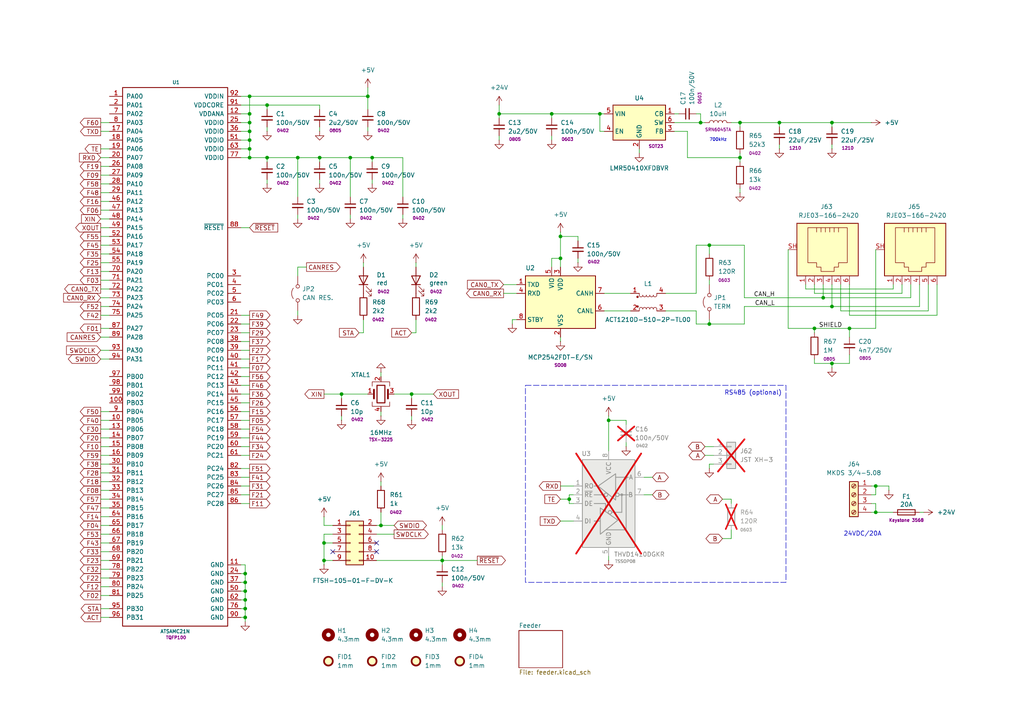
<source format=kicad_sch>
(kicad_sch (version 20231120) (generator "eeschema") (generator_version "8.0")
  (paper "A4")
  (title_block (title "FEEEDER CONTROLLER - FC60") (date "2024") (rev "A"))
  (lib_symbols
    (symbol "Connector:6P6C_Shielded" (pin_names (offset 1.016))
      (property "Reference" "J" (at -5.08 11.43 0))
      (property "Value" "6P6C_Shielded" (at 2.54 11.43 0))
      (symbol "6P6C_Shielded_1_1"
        (pin passive line (at 10.16 -5.08 180) (length 2.54) (name "~") (number "1"))
        (pin passive line (at 10.16 -2.54 180) (length 2.54) (name "~") (number "2"))
        (pin passive line (at 10.16 0 180) (length 2.54) (name "~") (number "3"))
        (pin passive line (at 10.16 2.54 180) (length 2.54) (name "~") (number "4"))
        (pin passive line (at 10.16 5.08 180) (length 2.54) (name "~") (number "5"))
        (pin passive line (at 10.16 7.62 180) (length 2.54) (name "~") (number "6"))
        (pin passive line (at 0 -10.16 90) (length 2.54) (name "~") (number "SH"))
      )
    )
    (symbol "Connector:Screw_Terminal_01x04" (pin_names (offset 1.016) hide)
      (property "Reference" "J" (at 0 5.08 0))
      (property "Value" "Screw_Terminal_01x04" (at 0 -7.62 0))
      (symbol "Screw_Terminal_01x04_1_1"
        (pin passive line (at -5.08 2.54 0) (length 3.81) (name "Pin_1") (number "1"))
        (pin passive line (at -5.08 0 0) (length 3.81) (name "Pin_2") (number "2"))
        (pin passive line (at -5.08 -2.54 0) (length 3.81) (name "Pin_3") (number "3"))
        (pin passive line (at -5.08 -5.08 0) (length 3.81) (name "Pin_4") (number "4"))
      )
    )
    (symbol "Connector_Generic:Conn_01x03" (pin_names (offset 1.016) hide)
      (property "Reference" "J" (at 0 5.08 0))
      (property "Value" "Conn_01x03" (at 0 -5.08 0))
      (symbol "Conn_01x03_1_1"
        (pin passive line (at -5.08 2.54 0) (length 3.81) (name "Pin_1") (number "1"))
        (pin passive line (at -5.08 0 0) (length 3.81) (name "Pin_2") (number "2"))
        (pin passive line (at -5.08 -2.54 0) (length 3.81) (name "Pin_3") (number "3"))
      )
    )
    (symbol "Connector_Generic:Conn_02x05_Odd_Even" (pin_names (offset 1.016) hide)
      (property "Reference" "J" (at 1.27 7.62 0))
      (property "Value" "Conn_02x05_Odd_Even" (at 1.27 -7.62 0))
      (symbol "Conn_02x05_Odd_Even_1_1"
        (pin passive line (at -5.08 5.08 0) (length 3.81) (name "Pin_1") (number "1"))
        (pin passive line (at 7.62 -5.08 180) (length 3.81) (name "Pin_10") (number "10"))
        (pin passive line (at 7.62 5.08 180) (length 3.81) (name "Pin_2") (number "2"))
        (pin passive line (at -5.08 2.54 0) (length 3.81) (name "Pin_3") (number "3"))
        (pin passive line (at 7.62 2.54 180) (length 3.81) (name "Pin_4") (number "4"))
        (pin passive line (at -5.08 0 0) (length 3.81) (name "Pin_5") (number "5"))
        (pin passive line (at 7.62 0 180) (length 3.81) (name "Pin_6") (number "6"))
        (pin passive line (at -5.08 -2.54 0) (length 3.81) (name "Pin_7") (number "7"))
        (pin passive line (at 7.62 -2.54 180) (length 3.81) (name "Pin_8") (number "8"))
        (pin passive line (at -5.08 -5.08 0) (length 3.81) (name "Pin_9") (number "9"))
      )
    )
    (symbol "Device:C_Small" (pin_numbers hide) (pin_names (offset 0.254) hide)
      (property "Reference" "C" (at 0.254 1.778 0))
      (property "Value" "C_Small" (at 0.254 -2.032 0))
      (symbol "C_Small_1_1"
        (pin passive line (at 0 2.54 270) (length 2.032) (name "~") (number "1"))
        (pin passive line (at 0 -2.54 90) (length 2.032) (name "~") (number "2"))
      )
    )
    (symbol "Device:Crystal_GND24" (pin_names (offset 1.016) hide)
      (property "Reference" "Y" (at 3.175 5.08 0))
      (property "Value" "Crystal_GND24" (at 3.175 3.175 0))
      (symbol "Crystal_GND24_1_1"
        (pin passive line (at -3.81 0 0) (length 1.27) (name "1") (number "1"))
        (pin passive line (at 0 5.08 270) (length 1.27) (name "2") (number "2"))
        (pin passive line (at 3.81 0 180) (length 1.27) (name "3") (number "3"))
        (pin passive line (at 0 -5.08 90) (length 1.27) (name "4") (number "4"))
      )
    )
    (symbol "Device:Fuse" (pin_numbers hide) (pin_names (offset 0))
      (property "Reference" "F" (at 2.032 0 90))
      (property "Value" "Fuse" (at -1.905 0 90))
      (symbol "Fuse_1_1"
        (pin passive line (at 0 3.81 270) (length 1.27) (name "~") (number "1"))
        (pin passive line (at 0 -3.81 90) (length 1.27) (name "~") (number "2"))
      )
    )
    (symbol "Device:L" (pin_numbers hide) (pin_names (offset 1.016) hide)
      (property "Reference" "L" (at -1.27 0 90))
      (property "Value" "L" (at 1.905 0 90))
      (symbol "L_1_1"
        (pin passive line (at 0 3.81 270) (length 1.27) (name "1") (number "1"))
        (pin passive line (at 0 -3.81 90) (length 1.27) (name "2") (number "2"))
      )
    )
    (symbol "Device:LED" (pin_numbers hide) (pin_names (offset 1.016) hide)
      (property "Reference" "D" (at 0 2.54 0))
      (property "Value" "LED" (at 0 -2.54 0))
      (symbol "LED_1_1"
        (pin passive line (at -3.81 0 0) (length 2.54) (name "K") (number "1"))
        (pin passive line (at 3.81 0 180) (length 2.54) (name "A") (number "2"))
      )
    )
    (symbol "Device:L_Coupled_1423" (pin_names (offset 0.254) hide)
      (property "Reference" "L" (at 0 4.445 0))
      (property "Value" "L_Coupled_1423" (at 0 -4.445 0))
      (symbol "L_Coupled_1423_1_1"
        (pin passive line (at -5.08 2.54 0) (length 2.54) (name "1") (number "1"))
        (pin passive line (at -5.08 -2.54 0) (length 2.54) (name "2") (number "2"))
        (pin passive line (at 5.08 -2.54 180) (length 2.54) (name "3") (number "3"))
        (pin passive line (at 5.08 2.54 180) (length 2.54) (name "4") (number "4"))
      )
    )
    (symbol "Device:R" (pin_numbers hide) (pin_names (offset 0))
      (property "Reference" "R" (at 2.032 0 90))
      (property "Value" "R" (at 0 0 90))
      (symbol "R_1_1"
        (pin passive line (at 0 3.81 270) (length 1.27) (name "~") (number "1"))
        (pin passive line (at 0 -3.81 90) (length 1.27) (name "~") (number "2"))
      )
    )
    (symbol "Interface_CAN_LIN:MCP2542FDxMF"
      (property "Reference" "U2" (at -10.16 9.906 0))
      (property "Value" "MCP2542FDT-E/SN" (at 0 -16.002 0))
      (property "case" "SO08" (at 0 -18.288 0))
      (symbol "MCP2542FDxMF_1_1"
        (pin input line (at -12.7 5.08 0) (length 2.54) (name "TXD") (number "1"))
        (pin power_in line (at 0 -10.16 90) (length 2.54) (name "VSS") (number "2"))
        (pin power_in line (at 0 10.16 270) (length 2.54) (name "VDD") (number "3"))
        (pin output line (at -12.7 2.54 0) (length 2.54) (name "RXD") (number "4"))
        (pin power_in line (at -2.54 10.16 270) (length 2.54) (name "VIO") (number "5"))
        (pin bidirectional line (at 12.7 -2.54 180) (length 2.54) (name "CANL") (number "6"))
        (pin bidirectional line (at 12.7 2.54 180) (length 2.54) (name "CANH") (number "7"))
        (pin input line (at -12.7 -5.08 0) (length 2.54) (name "STBY") (number "8"))
      )
    )
    (symbol "Interface_UART:THVD1400D"
      (property "Reference" "U" (at -6.096 11.43 0))
      (property "Value" "THVD1400D" (at 0.762 11.43 0))
      (symbol "THVD1400D_1_1"
        (pin output line (at -10.16 5.08 0) (length 2.54) (name "RO") (number "1"))
        (pin input line (at -10.16 2.54 0) (length 2.54) (name "~{RE}") (number "2"))
        (pin input line (at -10.16 0 0) (length 2.54) (name "DE") (number "3"))
        (pin input line (at -10.16 -5.08 0) (length 2.54) (name "DI") (number "4"))
        (pin power_in line (at 0 -15.24 90) (length 2.54) (name "GND") (number "5"))
        (pin bidirectional line (at 10.16 7.62 180) (length 2.54) (name "A") (number "6"))
        (pin bidirectional line (at 10.16 2.54 180) (length 2.54) (name "B") (number "7"))
        (pin power_in line (at 0 15.24 270) (length 2.54) (name "VCC") (number "8"))
      )
    )
    (symbol "Jumper:Jumper_2_Open" (pin_numbers hide) (pin_names (offset 0) hide) (exclude_from_sim yes)
      (property "Reference" "JP" (at 0 2.794 0))
      (property "Value" "Jumper_2_Open" (at 0 -2.286 0))
      (symbol "Jumper_2_Open_1_1"
        (pin passive line (at -5.08 0 0) (length 2.54) (name "A") (number "1"))
        (pin passive line (at 5.08 0 180) (length 2.54) (name "B") (number "2"))
      )
    )
    (symbol "MCU_Microchip_SAMC:ATSAMC21N" (pin_names (offset 1.016))
      (property "Reference" "U" (at 0 78.74 0))
      (property "Value" "ATSAMC21N" (at 0 -82.55 0))
      (symbol "ATSAMC21N_1_1"
        (pin bidirectional line (at -19.05 73.66 0) (length 3.81) (name "PA00") (number "1"))
        (pin bidirectional line (at -19.05 -20.32 0) (length 3.81) (name "PB05") (number "10"))
        (pin bidirectional line (at -19.05 -15.24 0) (length 3.81) (name "PB03") (number "100"))
        (pin input line (at 19.05 -62.23 180) (length 3.81) (name "GND") (number "11"))
        (pin power_in line (at 19.05 68.58 180) (length 3.81) (name "VDDANA") (number "12"))
        (pin bidirectional line (at -19.05 -22.86 0) (length 3.81) (name "PB06") (number "13"))
        (pin bidirectional line (at -19.05 -25.4 0) (length 3.81) (name "PB07") (number "14"))
        (pin bidirectional line (at -19.05 -27.94 0) (length 3.81) (name "PB08") (number "15"))
        (pin bidirectional line (at -19.05 -30.48 0) (length 3.81) (name "PB09") (number "16"))
        (pin bidirectional line (at -19.05 63.5 0) (length 3.81) (name "PA04") (number "17"))
        (pin bidirectional line (at -19.05 60.96 0) (length 3.81) (name "PA05") (number "18"))
        (pin bidirectional line (at -19.05 58.42 0) (length 3.81) (name "PA06") (number "19"))
        (pin bidirectional line (at -19.05 71.12 0) (length 3.81) (name "PA01") (number "2"))
        (pin bidirectional line (at -19.05 55.88 0) (length 3.81) (name "PA07") (number "20"))
        (pin bidirectional line (at 19.05 10.16 180) (length 3.81) (name "PC05") (number "21"))
        (pin bidirectional line (at 19.05 7.62 180) (length 3.81) (name "PC06") (number "22"))
        (pin bidirectional line (at 19.05 5.08 180) (length 3.81) (name "PC07") (number "23"))
        (pin passive line (at 19.05 -64.77 180) (length 3.81) (name "GND") (number "24"))
        (pin power_in line (at 19.05 66.04 180) (length 3.81) (name "VDDIO") (number "25"))
        (pin bidirectional line (at -19.05 53.34 0) (length 3.81) (name "PA08") (number "26"))
        (pin bidirectional line (at -19.05 50.8 0) (length 3.81) (name "PA09") (number "27"))
        (pin bidirectional line (at -19.05 48.26 0) (length 3.81) (name "PA10") (number "28"))
        (pin bidirectional line (at -19.05 45.72 0) (length 3.81) (name "PA11") (number "29"))
        (pin bidirectional line (at 19.05 21.59 180) (length 3.81) (name "PC00") (number "3"))
        (pin bidirectional line (at -19.05 -33.02 0) (length 3.81) (name "PB10") (number "30"))
        (pin bidirectional line (at -19.05 -35.56 0) (length 3.81) (name "PB11") (number "31"))
        (pin bidirectional line (at -19.05 -38.1 0) (length 3.81) (name "PB12") (number "32"))
        (pin bidirectional line (at -19.05 -40.64 0) (length 3.81) (name "PB13") (number "33"))
        (pin bidirectional line (at -19.05 -43.18 0) (length 3.81) (name "PB14") (number "34"))
        (pin bidirectional line (at -19.05 -45.72 0) (length 3.81) (name "PB15") (number "35"))
        (pin power_in line (at 19.05 63.5 180) (length 3.81) (name "VDDIO") (number "36"))
        (pin passive line (at 19.05 -67.31 180) (length 3.81) (name "GND") (number "37"))
        (pin bidirectional line (at 19.05 2.54 180) (length 3.81) (name "PC08") (number "38"))
        (pin bidirectional line (at 19.05 0 180) (length 3.81) (name "PC09") (number "39"))
        (pin bidirectional line (at 19.05 19.05 180) (length 3.81) (name "PC01") (number "4"))
        (pin bidirectional line (at 19.05 -2.54 180) (length 3.81) (name "PC10") (number "40"))
        (pin bidirectional line (at 19.05 -5.08 180) (length 3.81) (name "PC11") (number "41"))
        (pin bidirectional line (at 19.05 -7.62 180) (length 3.81) (name "PC12") (number "42"))
        (pin bidirectional line (at 19.05 -10.16 180) (length 3.81) (name "PC13") (number "43"))
        (pin bidirectional line (at 19.05 -12.7 180) (length 3.81) (name "PC14") (number "44"))
        (pin bidirectional line (at 19.05 -15.24 180) (length 3.81) (name "PC15") (number "45"))
        (pin bidirectional line (at -19.05 43.18 0) (length 3.81) (name "PA12") (number "46"))
        (pin bidirectional line (at -19.05 40.64 0) (length 3.81) (name "PA13") (number "47"))
        (pin bidirectional line (at -19.05 38.1 0) (length 3.81) (name "PA14") (number "48"))
        (pin bidirectional line (at -19.05 35.56 0) (length 3.81) (name "PA15") (number "49"))
        (pin bidirectional line (at 19.05 16.51 180) (length 3.81) (name "PC02") (number "5"))
        (pin passive line (at 19.05 -69.85 180) (length 3.81) (name "GND") (number "50"))
        (pin power_in line (at 19.05 60.96 180) (length 3.81) (name "VDDIO") (number "51"))
        (pin bidirectional line (at -19.05 33.02 0) (length 3.81) (name "PA16") (number "52"))
        (pin bidirectional line (at -19.05 30.48 0) (length 3.81) (name "PA17") (number "53"))
        (pin bidirectional line (at -19.05 27.94 0) (length 3.81) (name "PA18") (number "54"))
        (pin bidirectional line (at -19.05 25.4 0) (length 3.81) (name "PA19") (number "55"))
        (pin bidirectional line (at 19.05 -17.78 180) (length 3.81) (name "PC16") (number "56"))
        (pin bidirectional line (at 19.05 -20.32 180) (length 3.81) (name "PC17") (number "57"))
        (pin bidirectional line (at 19.05 -22.86 180) (length 3.81) (name "PC18") (number "58"))
        (pin bidirectional line (at 19.05 -25.4 180) (length 3.81) (name "PC19") (number "59"))
        (pin bidirectional line (at 19.05 13.97 180) (length 3.81) (name "PC03") (number "6"))
        (pin bidirectional line (at 19.05 -27.94 180) (length 3.81) (name "PC20") (number "60"))
        (pin bidirectional line (at 19.05 -30.48 180) (length 3.81) (name "PC21") (number "61"))
        (pin passive line (at 19.05 -72.39 180) (length 3.81) (name "GND") (number "62"))
        (pin power_in line (at 19.05 58.42 180) (length 3.81) (name "VDDIO") (number "63"))
        (pin bidirectional line (at -19.05 -48.26 0) (length 3.81) (name "PB16") (number "64"))
        (pin bidirectional line (at -19.05 -50.8 0) (length 3.81) (name "PB17") (number "65"))
        (pin bidirectional line (at -19.05 -53.34 0) (length 3.81) (name "PB18") (number "66"))
        (pin bidirectional line (at -19.05 -55.88 0) (length 3.81) (name "PB19") (number "67"))
        (pin bidirectional line (at -19.05 -58.42 0) (length 3.81) (name "PB20") (number "68"))
        (pin bidirectional line (at -19.05 -60.96 0) (length 3.81) (name "PB21") (number "69"))
        (pin bidirectional line (at -19.05 68.58 0) (length 3.81) (name "PA02") (number "7"))
        (pin bidirectional line (at -19.05 22.86 0) (length 3.81) (name "PA20") (number "70"))
        (pin bidirectional line (at -19.05 20.32 0) (length 3.81) (name "PA21") (number "71"))
        (pin bidirectional line (at -19.05 17.78 0) (length 3.81) (name "PA22") (number "72"))
        (pin bidirectional line (at -19.05 15.24 0) (length 3.81) (name "PA23") (number "73"))
        (pin bidirectional line (at -19.05 12.7 0) (length 3.81) (name "PA24") (number "74"))
        (pin bidirectional line (at -19.05 10.16 0) (length 3.81) (name "PA25") (number "75"))
        (pin passive line (at 19.05 -74.93 180) (length 3.81) (name "GND") (number "76"))
        (pin power_in line (at 19.05 55.88 180) (length 3.81) (name "VDDIO") (number "77"))
        (pin bidirectional line (at -19.05 -63.5 0) (length 3.81) (name "PB22") (number "78"))
        (pin bidirectional line (at -19.05 -66.04 0) (length 3.81) (name "PB23") (number "79"))
        (pin bidirectional line (at -19.05 66.04 0) (length 3.81) (name "PA03") (number "8"))
        (pin bidirectional line (at -19.05 -68.58 0) (length 3.81) (name "PB24") (number "80"))
        (pin bidirectional line (at -19.05 -71.12 0) (length 3.81) (name "PB25") (number "81"))
        (pin bidirectional line (at 19.05 -34.29 180) (length 3.81) (name "PC24") (number "82"))
        (pin bidirectional line (at 19.05 -36.83 180) (length 3.81) (name "PC25") (number "83"))
        (pin bidirectional line (at 19.05 -39.37 180) (length 3.81) (name "PC26") (number "84"))
        (pin bidirectional line (at 19.05 -41.91 180) (length 3.81) (name "PC27") (number "85"))
        (pin bidirectional line (at 19.05 -44.45 180) (length 3.81) (name "PC28") (number "86"))
        (pin bidirectional line (at -19.05 6.35 0) (length 3.81) (name "PA27") (number "87"))
        (pin input line (at 19.05 35.56 180) (length 3.81) (name "~{RESET}") (number "88"))
        (pin bidirectional line (at -19.05 3.81 0) (length 3.81) (name "PA28") (number "89"))
        (pin bidirectional line (at -19.05 -17.78 0) (length 3.81) (name "PB04") (number "9"))
        (pin passive line (at 19.05 -77.47 180) (length 3.81) (name "GND") (number "90"))
        (pin power_out line (at 19.05 71.12 180) (length 3.81) (name "VDDCORE") (number "91"))
        (pin power_in line (at 19.05 73.66 180) (length 3.81) (name "VDDIN") (number "92"))
        (pin bidirectional line (at -19.05 0 0) (length 3.81) (name "PA30") (number "93"))
        (pin bidirectional line (at -19.05 -2.54 0) (length 3.81) (name "PA31") (number "94"))
        (pin bidirectional line (at -19.05 -74.93 0) (length 3.81) (name "PB30") (number "95"))
        (pin bidirectional line (at -19.05 -77.47 0) (length 3.81) (name "PB31") (number "96"))
        (pin bidirectional line (at -19.05 -7.62 0) (length 3.81) (name "PB00") (number "97"))
        (pin bidirectional line (at -19.05 -10.16 0) (length 3.81) (name "PB01") (number "98"))
        (pin bidirectional line (at -19.05 -12.7 0) (length 3.81) (name "PB02") (number "99"))
      )
    )
    (symbol "Mechanical:Fiducial" (exclude_from_sim yes) (in_bom no)
      (property "Reference" "FID" (at 0 5.08 0))
      (property "Value" "Fiducial" (at 0 3.175 0))
    )
    (symbol "Mechanical:MountingHole" (pin_numbers hide) (pin_names (offset 1.016) hide) (exclude_from_sim yes) (in_bom no)
      (property "Reference" "H" (at 0 5.08 0))
      (property "Value" "MountingHole" (at 0 3.175 0))
    )
    (symbol "MountingHole_1" (pin_numbers hide) (pin_names (offset 1.016) hide) (exclude_from_sim yes) (in_bom no)
      (property "Reference" "H" (at 0 5.08 0))
      (property "Value" "MountingHole" (at 0 3.175 0))
    )
    (symbol "MountingHole_2" (pin_numbers hide) (pin_names (offset 1.016) hide) (exclude_from_sim yes) (in_bom no)
      (property "Reference" "H" (at 0 5.08 0))
      (property "Value" "MountingHole" (at 0 3.175 0))
    )
    (symbol "MountingHole_3" (pin_numbers hide) (pin_names (offset 1.016) hide) (exclude_from_sim yes) (in_bom no)
      (property "Reference" "H" (at 0 5.08 0))
      (property "Value" "MountingHole" (at 0 3.175 0))
    )
    (symbol "Regulator_Switching:LMR50410"
      (property "Reference" "U" (at 0 6.858 0))
      (property "Value" "LMR50410XFDBVR" (at 0.254 -11.938 0))
      (symbol "LMR50410_1_1"
        (pin passive line (at 10.16 2.54 180) (length 2.54) (name "CB") (number "1"))
        (pin power_in line (at 0 -7.62 90) (length 2.54) (name "GND") (number "2"))
        (pin input line (at 10.16 -2.54 180) (length 2.54) (name "FB") (number "3"))
        (pin input line (at -10.16 -2.54 0) (length 2.54) (name "EN") (number "4"))
        (pin power_in line (at -10.16 2.54 0) (length 2.54) (name "VIN") (number "5"))
        (pin power_out line (at 10.16 0 180) (length 2.54) (name "SW") (number "6"))
      )
    )
    (symbol "power:+24V" (power) (pin_numbers hide) (pin_names (offset 0) hide)
      (property "Value" "+24V" (at 0 3.556 0))
      (symbol "+24V_1_1"
        (pin power_in line (at 0 0 90) (length 0) (name "~") (number "1"))
      )
    )
    (symbol "power:+5V" (power) (pin_numbers hide) (pin_names (offset 0) hide)
      (property "Value" "+5V" (at 0 3.556 0))
      (symbol "+5V_1_1"
        (pin power_in line (at 0 0 90) (length 0) (name "~") (number "1"))
      )
    )
    (symbol "power:GND" (power) (pin_numbers hide) (pin_names (offset 0) hide)
      (property "Value" "GND" (at 0 -3.81 0))
      (symbol "GND_1_1"
        (pin power_in line (at 0 0 270) (length 0) (name "~") (number "1"))
      )
    )
  )
  (junction (at 72.39 45.72))
  (junction (at 162.56 68.58))
  (junction (at 241.3 35.56))
  (junction (at 93.98 157.48))
  (junction (at 71.12 171.45))
  (junction (at 254 148.59))
  (junction (at 71.12 173.99))
  (junction (at 176.53 121.92))
  (junction (at 72.39 35.56))
  (junction (at 203.2 35.56))
  (junction (at 99.06 114.3))
  (junction (at 72.39 43.18))
  (junction (at 101.6 45.72))
  (junction (at 71.12 168.91))
  (junction (at 86.36 45.72))
  (junction (at 92.71 45.72))
  (junction (at 93.98 162.56))
  (junction (at 110.49 152.4))
  (junction (at 246.38 95.25))
  (junction (at 71.12 166.37))
  (junction (at 205.74 71.12))
  (junction (at 160.02 33.02))
  (junction (at 128.27 162.56))
  (junction (at 72.39 33.02))
  (junction (at 107.95 45.72))
  (junction (at 254 140.97))
  (junction (at 241.3 105.41))
  (junction (at 236.22 95.25))
  (junction (at 214.63 45.72))
  (junction (at 71.12 176.53))
  (junction (at 71.12 179.07))
  (junction (at 72.39 38.1))
  (junction (at 162.56 74.93))
  (junction (at 214.63 35.56))
  (junction (at 119.38 114.3))
  (junction (at 72.39 40.64))
  (junction (at 165.1 144.78))
  (junction (at 77.47 45.72))
  (junction (at 238.76 86.36))
  (junction (at 226.06 35.56))
  (junction (at 173.99 33.02))
  (junction (at 106.68 27.94))
  (junction (at 205.74 93.98))
  (junction (at 72.39 27.94))
  (junction (at 144.78 33.02))
  (junction (at 241.3 88.9))
  (junction (at 77.47 30.48))
  (no_connect (at 109.22 160.02))
  (no_connect (at 96.52 160.02))
  (no_connect (at 109.22 157.48))
  (wire (pts (xy 176.53 121.92) (xy 176.53 130.81)))
  (wire (pts (xy 162.56 74.93) (xy 162.56 77.47)))
  (wire (pts (xy 109.22 154.94) (xy 114.3 154.94)))
  (wire (pts (xy 266.7 88.9) (xy 266.7 82.55)))
  (wire (pts (xy 205.74 71.12) (xy 215.9 71.12)))
  (wire (pts (xy 214.63 44.45) (xy 214.63 45.72)))
  (wire (pts (xy 185.42 43.18) (xy 185.42 44.45)))
  (wire (pts (xy 236.22 82.55) (xy 236.22 85.09)))
  (wire (pts (xy 71.12 171.45) (xy 71.12 173.99)))
  (wire (pts (xy 72.39 33.02) (xy 72.39 27.94)))
  (wire (pts (xy 71.12 166.37) (xy 71.12 168.91)))
  (wire (pts (xy 29.21 91.44) (xy 31.75 91.44)))
  (wire (pts (xy 116.84 45.72) (xy 107.95 45.72)))
  (wire (pts (xy 105.41 76.2) (xy 105.41 77.47)))
  (wire (pts (xy 204.47 132.08) (xy 207.01 132.08)))
  (wire (pts (xy 267.97 148.59) (xy 266.7 148.59)))
  (wire (pts (xy 69.85 143.51) (xy 72.39 143.51)))
  (wire (pts (xy 193.04 85.09) (xy 201.93 85.09)))
  (wire (pts (xy 259.08 83.82) (xy 259.08 82.55)))
  (wire (pts (xy 99.06 114.3) (xy 99.06 115.57)))
  (wire (pts (xy 254 143.51) (xy 254 140.97)))
  (wire (pts (xy 233.68 82.55) (xy 233.68 83.82)))
  (wire (pts (xy 92.71 45.72) (xy 92.71 46.99)))
  (wire (pts (xy 69.85 101.6) (xy 72.39 101.6)))
  (wire (pts (xy 160.02 74.93) (xy 162.56 74.93)))
  (wire (pts (xy 29.21 95.25) (xy 31.75 95.25)))
  (wire (pts (xy 128.27 168.91) (xy 128.27 170.18)))
  (wire (pts (xy 175.26 90.17) (xy 182.88 90.17)))
  (wire (pts (xy 195.58 35.56) (xy 203.2 35.56)))
  (wire (pts (xy 69.85 146.05) (xy 72.39 146.05)))
  (wire (pts (xy 72.39 40.64) (xy 72.39 38.1)))
  (wire (pts (xy 29.21 38.1) (xy 31.75 38.1)))
  (wire (pts (xy 29.21 83.82) (xy 31.75 83.82)))
  (wire (pts (xy 93.98 162.56) (xy 96.52 162.56)))
  (wire (pts (xy 29.21 149.86) (xy 31.75 149.86)))
  (wire (pts (xy 29.21 154.94) (xy 31.75 154.94)))
  (wire (pts (xy 101.6 45.72) (xy 101.6 57.15)))
  (wire (pts (xy 160.02 33.02) (xy 160.02 34.29)))
  (wire (pts (xy 162.56 140.97) (xy 166.37 140.97)))
  (wire (pts (xy 69.85 27.94) (xy 72.39 27.94)))
  (wire (pts (xy 86.36 45.72) (xy 92.71 45.72)))
  (wire (pts (xy 29.21 68.58) (xy 31.75 68.58)))
  (wire (pts (xy 29.21 129.54) (xy 31.75 129.54)))
  (wire (pts (xy 69.85 116.84) (xy 72.39 116.84)))
  (wire (pts (xy 186.69 138.43) (xy 189.23 138.43)))
  (wire (pts (xy 69.85 93.98) (xy 72.39 93.98)))
  (wire (pts (xy 236.22 95.25) (xy 246.38 95.25)))
  (wire (pts (xy 119.38 114.3) (xy 119.38 115.57)))
  (wire (pts (xy 195.58 38.1) (xy 199.39 38.1)))
  (wire (pts (xy 148.59 92.71) (xy 148.59 93.98)))
  (wire (pts (xy 257.81 140.97) (xy 257.81 142.24)))
  (wire (pts (xy 29.21 50.8) (xy 31.75 50.8)))
  (wire (pts (xy 29.21 78.74) (xy 31.75 78.74)))
  (wire (pts (xy 186.69 143.51) (xy 189.23 143.51)))
  (wire (pts (xy 77.47 30.48) (xy 77.47 31.75)))
  (wire (pts (xy 214.63 45.72) (xy 199.39 45.72)))
  (wire (pts (xy 236.22 104.14) (xy 236.22 105.41)))
  (wire (pts (xy 214.63 54.61) (xy 214.63 55.88)))
  (wire (pts (xy 86.36 77.47) (xy 88.9 77.47)))
  (wire (pts (xy 119.38 96.52) (xy 120.65 96.52)))
  (wire (pts (xy 214.63 35.56) (xy 226.06 35.56)))
  (wire (pts (xy 69.85 45.72) (xy 72.39 45.72)))
  (wire (pts (xy 69.85 179.07) (xy 71.12 179.07)))
  (wire (pts (xy 29.21 58.42) (xy 31.75 58.42)))
  (wire (pts (xy 264.16 86.36) (xy 264.16 82.55)))
  (wire (pts (xy 69.85 104.14) (xy 72.39 104.14)))
  (wire (pts (xy 29.21 76.2) (xy 31.75 76.2)))
  (wire (pts (xy 109.22 162.56) (xy 128.27 162.56)))
  (wire (pts (xy 144.78 39.37) (xy 144.78 40.64)))
  (wire (pts (xy 212.09 144.78) (xy 212.09 146.05)))
  (wire (pts (xy 69.85 33.02) (xy 72.39 33.02)))
  (wire (pts (xy 29.21 170.18) (xy 31.75 170.18)))
  (wire (pts (xy 106.68 36.83) (xy 106.68 38.1)))
  (wire (pts (xy 205.74 92.71) (xy 205.74 93.98)))
  (wire (pts (xy 29.21 97.79) (xy 31.75 97.79)))
  (wire (pts (xy 215.9 71.12) (xy 215.9 86.36)))
  (wire (pts (xy 201.93 93.98) (xy 205.74 93.98)))
  (wire (pts (xy 252.73 140.97) (xy 254 140.97)))
  (wire (pts (xy 29.21 63.5) (xy 31.75 63.5)))
  (wire (pts (xy 106.68 27.94) (xy 106.68 31.75)))
  (wire (pts (xy 69.85 119.38) (xy 72.39 119.38)))
  (wire (pts (xy 69.85 38.1) (xy 72.39 38.1)))
  (wire (pts (xy 92.71 30.48) (xy 92.71 31.75)))
  (wire (pts (xy 92.71 45.72) (xy 101.6 45.72)))
  (wire (pts (xy 29.21 137.16) (xy 31.75 137.16)))
  (wire (pts (xy 69.85 168.91) (xy 71.12 168.91)))
  (wire (pts (xy 201.93 85.09) (xy 201.93 71.12)))
  (wire (pts (xy 201.93 71.12) (xy 205.74 71.12)))
  (wire (pts (xy 71.12 176.53) (xy 71.12 179.07)))
  (wire (pts (xy 69.85 132.08) (xy 72.39 132.08)))
  (wire (pts (xy 246.38 105.41) (xy 246.38 102.87)))
  (wire (pts (xy 195.58 33.02) (xy 196.85 33.02)))
  (wire (pts (xy 29.21 60.96) (xy 31.75 60.96)))
  (wire (pts (xy 107.95 52.07) (xy 107.95 53.34)))
  (wire (pts (xy 69.85 96.52) (xy 72.39 96.52)))
  (wire (pts (xy 165.1 144.78) (xy 165.1 146.05)))
  (wire (pts (xy 120.65 96.52) (xy 120.65 92.71)))
  (wire (pts (xy 181.61 123.19) (xy 181.61 121.92)))
  (wire (pts (xy 167.64 69.85) (xy 167.64 68.58)))
  (wire (pts (xy 116.84 57.15) (xy 116.84 45.72)))
  (wire (pts (xy 29.21 144.78) (xy 31.75 144.78)))
  (wire (pts (xy 69.85 171.45) (xy 71.12 171.45)))
  (wire (pts (xy 241.3 105.41) (xy 246.38 105.41)))
  (wire (pts (xy 209.55 144.78) (xy 212.09 144.78)))
  (wire (pts (xy 69.85 166.37) (xy 71.12 166.37)))
  (wire (pts (xy 160.02 77.47) (xy 160.02 74.93)))
  (wire (pts (xy 29.21 43.18) (xy 31.75 43.18)))
  (wire (pts (xy 69.85 176.53) (xy 71.12 176.53)))
  (wire (pts (xy 246.38 82.55) (xy 246.38 91.44)))
  (wire (pts (xy 146.05 82.55) (xy 149.86 82.55)))
  (wire (pts (xy 128.27 162.56) (xy 138.43 162.56)))
  (wire (pts (xy 226.06 35.56) (xy 226.06 36.83)))
  (wire (pts (xy 243.84 90.17) (xy 269.24 90.17)))
  (wire (pts (xy 110.49 152.4) (xy 114.3 152.4)))
  (wire (pts (xy 252.73 146.05) (xy 254 146.05)))
  (wire (pts (xy 29.21 160.02) (xy 31.75 160.02)))
  (wire (pts (xy 29.21 179.07) (xy 31.75 179.07)))
  (wire (pts (xy 238.76 82.55) (xy 238.76 86.36)))
  (wire (pts (xy 246.38 95.25) (xy 254 95.25)))
  (wire (pts (xy 241.3 105.41) (xy 241.3 106.68)))
  (wire (pts (xy 162.56 144.78) (xy 165.1 144.78)))
  (wire (pts (xy 29.21 45.72) (xy 31.75 45.72)))
  (wire (pts (xy 69.85 114.3) (xy 72.39 114.3)))
  (wire (pts (xy 254 146.05) (xy 254 148.59)))
  (wire (pts (xy 236.22 95.25) (xy 236.22 96.52)))
  (wire (pts (xy 203.2 35.56) (xy 203.2 33.02)))
  (wire (pts (xy 93.98 157.48) (xy 96.52 157.48)))
  (wire (pts (xy 205.74 71.12) (xy 205.74 73.66)))
  (wire (pts (xy 69.85 173.99) (xy 71.12 173.99)))
  (wire (pts (xy 160.02 33.02) (xy 173.99 33.02)))
  (wire (pts (xy 29.21 157.48) (xy 31.75 157.48)))
  (wire (pts (xy 241.3 88.9) (xy 266.7 88.9)))
  (wire (pts (xy 207.01 134.62) (xy 205.74 134.62)))
  (wire (pts (xy 77.47 45.72) (xy 86.36 45.72)))
  (wire (pts (xy 77.47 45.72) (xy 77.47 46.99)))
  (wire (pts (xy 162.56 151.13) (xy 166.37 151.13)))
  (wire (pts (xy 29.21 101.6) (xy 31.75 101.6)))
  (wire (pts (xy 86.36 45.72) (xy 86.36 57.15)))
  (wire (pts (xy 173.99 38.1) (xy 175.26 38.1)))
  (wire (pts (xy 29.21 73.66) (xy 31.75 73.66)))
  (wire (pts (xy 212.09 153.67) (xy 212.09 156.21)))
  (wire (pts (xy 149.86 92.71) (xy 148.59 92.71)))
  (wire (pts (xy 69.85 91.44) (xy 72.39 91.44)))
  (wire (pts (xy 71.12 179.07) (xy 71.12 180.34)))
  (wire (pts (xy 72.39 45.72) (xy 77.47 45.72)))
  (wire (pts (xy 29.21 167.64) (xy 31.75 167.64)))
  (wire (pts (xy 71.12 163.83) (xy 71.12 166.37)))
  (wire (pts (xy 176.53 121.92) (xy 181.61 121.92)))
  (wire (pts (xy 120.65 76.2) (xy 120.65 77.47)))
  (wire (pts (xy 214.63 45.72) (xy 214.63 46.99)))
  (wire (pts (xy 106.68 25.4) (xy 106.68 27.94)))
  (wire (pts (xy 128.27 161.29) (xy 128.27 162.56)))
  (wire (pts (xy 215.9 86.36) (xy 238.76 86.36)))
  (wire (pts (xy 77.47 52.07) (xy 77.47 53.34)))
  (wire (pts (xy 69.85 127) (xy 72.39 127)))
  (wire (pts (xy 29.21 121.92) (xy 31.75 121.92)))
  (wire (pts (xy 144.78 33.02) (xy 160.02 33.02)))
  (wire (pts (xy 29.21 71.12) (xy 31.75 71.12)))
  (wire (pts (xy 72.39 35.56) (xy 72.39 33.02)))
  (wire (pts (xy 162.56 68.58) (xy 167.64 68.58)))
  (wire (pts (xy 69.85 106.68) (xy 72.39 106.68)))
  (wire (pts (xy 77.47 36.83) (xy 77.47 38.1)))
  (wire (pts (xy 160.02 39.37) (xy 160.02 40.64)))
  (wire (pts (xy 162.56 67.31) (xy 162.56 68.58)))
  (wire (pts (xy 29.21 139.7) (xy 31.75 139.7)))
  (wire (pts (xy 199.39 45.72) (xy 199.39 38.1)))
  (wire (pts (xy 69.85 138.43) (xy 72.39 138.43)))
  (wire (pts (xy 254 140.97) (xy 257.81 140.97)))
  (wire (pts (xy 246.38 95.25) (xy 246.38 97.79)))
  (wire (pts (xy 162.56 97.79) (xy 162.56 99.06)))
  (wire (pts (xy 241.3 35.56) (xy 241.3 36.83)))
  (wire (pts (xy 176.53 120.65) (xy 176.53 121.92)))
  (wire (pts (xy 69.85 99.06) (xy 72.39 99.06)))
  (wire (pts (xy 241.3 82.55) (xy 241.3 88.9)))
  (wire (pts (xy 69.85 66.04) (xy 72.39 66.04)))
  (wire (pts (xy 175.26 33.02) (xy 173.99 33.02)))
  (wire (pts (xy 128.27 152.4) (xy 128.27 153.67)))
  (wire (pts (xy 166.37 143.51) (xy 165.1 143.51)))
  (wire (pts (xy 29.21 88.9) (xy 31.75 88.9)))
  (wire (pts (xy 93.98 154.94) (xy 93.98 157.48)))
  (wire (pts (xy 204.47 129.54) (xy 207.01 129.54)))
  (wire (pts (xy 29.21 147.32) (xy 31.75 147.32)))
  (wire (pts (xy 29.21 66.04) (xy 31.75 66.04)))
  (wire (pts (xy 205.74 81.28) (xy 205.74 82.55)))
  (wire (pts (xy 69.85 140.97) (xy 72.39 140.97)))
  (wire (pts (xy 69.85 163.83) (xy 71.12 163.83)))
  (wire (pts (xy 29.21 104.14) (xy 31.75 104.14)))
  (wire (pts (xy 271.78 91.44) (xy 271.78 82.55)))
  (wire (pts (xy 144.78 34.29) (xy 144.78 33.02)))
  (wire (pts (xy 29.21 86.36) (xy 31.75 86.36)))
  (wire (pts (xy 176.53 161.29) (xy 176.53 162.56)))
  (wire (pts (xy 241.3 41.91) (xy 241.3 43.18)))
  (wire (pts (xy 236.22 85.09) (xy 261.62 85.09)))
  (wire (pts (xy 29.21 35.56) (xy 31.75 35.56)))
  (wire (pts (xy 69.85 35.56) (xy 72.39 35.56)))
  (wire (pts (xy 69.85 43.18) (xy 72.39 43.18)))
  (wire (pts (xy 243.84 82.55) (xy 243.84 90.17)))
  (wire (pts (xy 254 148.59) (xy 259.08 148.59)))
  (wire (pts (xy 212.09 35.56) (xy 214.63 35.56)))
  (wire (pts (xy 105.41 96.52) (xy 105.41 92.71)))
  (wire (pts (xy 93.98 149.86) (xy 93.98 152.4)))
  (wire (pts (xy 96.52 154.94) (xy 93.98 154.94)))
  (wire (pts (xy 215.9 88.9) (xy 241.3 88.9)))
  (wire (pts (xy 107.95 45.72) (xy 107.95 46.99)))
  (wire (pts (xy 201.93 33.02) (xy 203.2 33.02)))
  (wire (pts (xy 110.49 119.38) (xy 110.49 120.65)))
  (wire (pts (xy 69.85 111.76) (xy 72.39 111.76)))
  (wire (pts (xy 69.85 40.64) (xy 72.39 40.64)))
  (wire (pts (xy 29.21 124.46) (xy 31.75 124.46)))
  (wire (pts (xy 236.22 105.41) (xy 241.3 105.41)))
  (wire (pts (xy 29.21 81.28) (xy 31.75 81.28)))
  (wire (pts (xy 109.22 152.4) (xy 110.49 152.4)))
  (wire (pts (xy 252.73 148.59) (xy 254 148.59)))
  (wire (pts (xy 69.85 109.22) (xy 72.39 109.22)))
  (wire (pts (xy 93.98 114.3) (xy 99.06 114.3)))
  (wire (pts (xy 110.49 139.7) (xy 110.49 140.97)))
  (wire (pts (xy 110.49 148.59) (xy 110.49 152.4)))
  (wire (pts (xy 29.21 119.38) (xy 31.75 119.38)))
  (wire (pts (xy 173.99 33.02) (xy 173.99 38.1)))
  (wire (pts (xy 201.93 90.17) (xy 201.93 93.98)))
  (wire (pts (xy 254 72.39) (xy 254 95.25)))
  (wire (pts (xy 114.3 114.3) (xy 119.38 114.3)))
  (wire (pts (xy 144.78 30.48) (xy 144.78 33.02)))
  (wire (pts (xy 29.21 134.62) (xy 31.75 134.62)))
  (wire (pts (xy 106.68 114.3) (xy 99.06 114.3)))
  (wire (pts (xy 146.05 85.09) (xy 149.86 85.09)))
  (wire (pts (xy 167.64 74.93) (xy 167.64 76.2)))
  (wire (pts (xy 128.27 162.56) (xy 128.27 163.83)))
  (wire (pts (xy 92.71 52.07) (xy 92.71 53.34)))
  (wire (pts (xy 29.21 172.72) (xy 31.75 172.72)))
  (wire (pts (xy 165.1 143.51) (xy 165.1 144.78)))
  (wire (pts (xy 119.38 120.65) (xy 119.38 121.92)))
  (wire (pts (xy 72.39 45.72) (xy 72.39 43.18)))
  (wire (pts (xy 119.38 114.3) (xy 125.73 114.3)))
  (wire (pts (xy 193.04 90.17) (xy 201.93 90.17)))
  (wire (pts (xy 203.2 35.56) (xy 204.47 35.56)))
  (wire (pts (xy 205.74 93.98) (xy 215.9 93.98)))
  (wire (pts (xy 233.68 83.82) (xy 259.08 83.82)))
  (wire (pts (xy 104.14 96.52) (xy 105.41 96.52)))
  (wire (pts (xy 29.21 142.24) (xy 31.75 142.24)))
  (wire (pts (xy 72.39 38.1) (xy 72.39 35.56)))
  (wire (pts (xy 69.85 129.54) (xy 72.39 129.54)))
  (wire (pts (xy 29.21 165.1) (xy 31.75 165.1)))
  (wire (pts (xy 72.39 43.18) (xy 72.39 40.64)))
  (wire (pts (xy 93.98 157.48) (xy 93.98 162.56)))
  (wire (pts (xy 96.52 152.4) (xy 93.98 152.4)))
  (wire (pts (xy 69.85 135.89) (xy 72.39 135.89)))
  (wire (pts (xy 93.98 162.56) (xy 93.98 163.83)))
  (wire (pts (xy 246.38 91.44) (xy 271.78 91.44)))
  (wire (pts (xy 214.63 35.56) (xy 214.63 36.83)))
  (wire (pts (xy 99.06 120.65) (xy 99.06 121.92)))
  (wire (pts (xy 72.39 27.94) (xy 106.68 27.94)))
  (wire (pts (xy 101.6 62.23) (xy 101.6 63.5)))
  (wire (pts (xy 86.36 90.17) (xy 86.36 91.44)))
  (wire (pts (xy 69.85 124.46) (xy 72.39 124.46)))
  (wire (pts (xy 29.21 48.26) (xy 31.75 48.26)))
  (wire (pts (xy 92.71 36.83) (xy 92.71 38.1)))
  (wire (pts (xy 77.47 30.48) (xy 92.71 30.48)))
  (wire (pts (xy 29.21 152.4) (xy 31.75 152.4)))
  (wire (pts (xy 69.85 30.48) (xy 77.47 30.48)))
  (wire (pts (xy 71.12 168.91) (xy 71.12 171.45)))
  (wire (pts (xy 205.74 134.62) (xy 205.74 135.89)))
  (wire (pts (xy 175.26 85.09) (xy 182.88 85.09)))
  (wire (pts (xy 29.21 55.88) (xy 31.75 55.88)))
  (wire (pts (xy 29.21 176.53) (xy 31.75 176.53)))
  (wire (pts (xy 101.6 45.72) (xy 107.95 45.72)))
  (wire (pts (xy 29.21 53.34) (xy 31.75 53.34)))
  (wire (pts (xy 226.06 35.56) (xy 241.3 35.56)))
  (wire (pts (xy 110.49 107.95) (xy 110.49 109.22)))
  (wire (pts (xy 29.21 132.08) (xy 31.75 132.08)))
  (wire (pts (xy 228.6 72.39) (xy 228.6 95.25)))
  (wire (pts (xy 209.55 156.21) (xy 212.09 156.21)))
  (wire (pts (xy 29.21 162.56) (xy 31.75 162.56)))
  (wire (pts (xy 86.36 80.01) (xy 86.36 77.47)))
  (wire (pts (xy 181.61 128.27) (xy 181.61 129.54)))
  (wire (pts (xy 29.21 127) (xy 31.75 127)))
  (wire (pts (xy 238.76 86.36) (xy 264.16 86.36)))
  (wire (pts (xy 269.24 90.17) (xy 269.24 82.55)))
  (wire (pts (xy 71.12 173.99) (xy 71.12 176.53)))
  (wire (pts (xy 69.85 121.92) (xy 72.39 121.92)))
  (wire (pts (xy 252.73 143.51) (xy 254 143.51)))
  (wire (pts (xy 162.56 68.58) (xy 162.56 74.93)))
  (wire (pts (xy 261.62 85.09) (xy 261.62 82.55)))
  (wire (pts (xy 241.3 35.56) (xy 252.73 35.56)))
  (wire (pts (xy 226.06 41.91) (xy 226.06 43.18)))
  (wire (pts (xy 228.6 95.25) (xy 236.22 95.25)))
  (wire (pts (xy 165.1 146.05) (xy 166.37 146.05)))
  (wire (pts (xy 116.84 62.23) (xy 116.84 63.5)))
  (wire (pts (xy 86.36 62.23) (xy 86.36 63.5)))
  (wire (pts (xy 215.9 88.9) (xy 215.9 93.98)))
  (rectangle (start 152.4 111.76) (end 227.965 168.91) (stroke (width 0) (type dash)))
  (text "24VDC/20A" (at 250.19 154.94 0) (effects (font (size 1.27 1.27))))
  (text "RS485 (optional)" (at 218.44 114.046 0) (effects (font (size 1.27 1.27))))
  (text "700kHz" (at 208.28 40.64 0) (effects (font (size 0.889 0.889))))
  (label "CAN_L" (at 224.79 88.9 180))
  (label "SHIELD" (at 237.49 95.25 0))
  (label "CAN_H" (at 224.79 86.36 180))
  (global_label "TE" (shape input) (at 162.56 144.78 180) (property "Intersheetrefs" "${INTERSHEET_REFS}" (effects (hide yes))))
  (global_label "B" (shape bidirectional) (at 189.23 143.51 0) (property "Intersheetrefs" "${INTERSHEET_REFS}" (effects (hide yes))))
  (global_label "F53" (shape output) (at 29.21 154.94 180) (property "Intersheetrefs" "${INTERSHEET_REFS}" (effects (hide yes))))
  (global_label "F17" (shape output) (at 72.39 104.14 0) (property "Intersheetrefs" "${INTERSHEET_REFS}" (effects (hide yes))))
  (global_label "F03" (shape output) (at 29.21 81.28 180) (property "Intersheetrefs" "${INTERSHEET_REFS}" (effects (hide yes))))
  (global_label "F23" (shape output) (at 29.21 162.56 180) (property "Intersheetrefs" "${INTERSHEET_REFS}" (effects (hide yes))))
  (global_label "F33" (shape output) (at 29.21 160.02 180) (property "Intersheetrefs" "${INTERSHEET_REFS}" (effects (hide yes))))
  (global_label "F36" (shape output) (at 72.39 114.3 0) (property "Intersheetrefs" "${INTERSHEET_REFS}" (effects (hide yes))))
  (global_label "~{RESET}" (shape output) (at 138.43 162.56 0) (property "Intersheetrefs" "${INTERSHEET_REFS}" (effects (hide yes))))
  (global_label "F04" (shape output) (at 29.21 152.4 180) (property "Intersheetrefs" "${INTERSHEET_REFS}" (effects (hide yes))))
  (global_label "F19" (shape output) (at 29.21 48.26 180) (property "Intersheetrefs" "${INTERSHEET_REFS}" (effects (hide yes))))
  (global_label "SWDIO" (shape bidirectional) (at 29.21 104.14 180) (property "Intersheetrefs" "${INTERSHEET_REFS}" (effects (hide yes))))
  (global_label "RXD" (shape input) (at 29.21 45.72 180) (property "Intersheetrefs" "${INTERSHEET_REFS}" (effects (hide yes))))
  (global_label "F13" (shape output) (at 29.21 78.74 180) (property "Intersheetrefs" "${INTERSHEET_REFS}" (effects (hide yes))))
  (global_label "F41" (shape output) (at 72.39 138.43 0) (property "Intersheetrefs" "${INTERSHEET_REFS}" (effects (hide yes))))
  (global_label "F54" (shape output) (at 72.39 124.46 0) (property "Intersheetrefs" "${INTERSHEET_REFS}" (effects (hide yes))))
  (global_label "A" (shape bidirectional) (at 189.23 138.43 0) (property "Intersheetrefs" "${INTERSHEET_REFS}" (effects (hide yes))))
  (global_label "XOUT" (shape output) (at 29.21 66.04 180) (property "Intersheetrefs" "${INTERSHEET_REFS}" (effects (hide yes))))
  (global_label "F25" (shape output) (at 29.21 76.2 180) (property "Intersheetrefs" "${INTERSHEET_REFS}" (effects (hide yes))))
  (global_label "F55" (shape output) (at 29.21 68.58 180) (property "Intersheetrefs" "${INTERSHEET_REFS}" (effects (hide yes))))
  (global_label "F01" (shape output) (at 29.21 95.25 180) (property "Intersheetrefs" "${INTERSHEET_REFS}" (effects (hide yes))))
  (global_label "SWDCLK" (shape input) (at 29.21 101.6 180) (property "Intersheetrefs" "${INTERSHEET_REFS}" (effects (hide yes))))
  (global_label "STA" (shape input) (at 104.14 96.52 180) (property "Intersheetrefs" "${INTERSHEET_REFS}" (effects (hide yes))))
  (global_label "CANRES" (shape output) (at 88.9 77.47 0) (property "Intersheetrefs" "${INTERSHEET_REFS}" (effects (hide yes))))
  (global_label "F59" (shape output) (at 29.21 132.08 180) (property "Intersheetrefs" "${INTERSHEET_REFS}" (effects (hide yes))))
  (global_label "F47" (shape output) (at 29.21 147.32 180) (property "Intersheetrefs" "${INTERSHEET_REFS}" (effects (hide yes))))
  (global_label "XIN" (shape input) (at 29.21 63.5 180) (property "Intersheetrefs" "${INTERSHEET_REFS}" (effects (hide yes))))
  (global_label "F09" (shape output) (at 29.21 50.8 180) (property "Intersheetrefs" "${INTERSHEET_REFS}" (effects (hide yes))))
  (global_label "F37" (shape output) (at 72.39 99.06 0) (property "Intersheetrefs" "${INTERSHEET_REFS}" (effects (hide yes))))
  (global_label "RXD" (shape output) (at 162.56 140.97 180) (property "Intersheetrefs" "${INTERSHEET_REFS}" (effects (hide yes))))
  (global_label "F40" (shape output) (at 29.21 121.92 180) (property "Intersheetrefs" "${INTERSHEET_REFS}" (effects (hide yes))))
  (global_label "F43" (shape output) (at 29.21 157.48 180) (property "Intersheetrefs" "${INTERSHEET_REFS}" (effects (hide yes))))
  (global_label "TXD" (shape output) (at 29.21 38.1 180) (property "Intersheetrefs" "${INTERSHEET_REFS}" (effects (hide yes))))
  (global_label "B" (shape bidirectional) (at 204.47 129.54 180) (property "Intersheetrefs" "${INTERSHEET_REFS}" (effects (hide yes))))
  (global_label "F08" (shape output) (at 29.21 142.24 180) (property "Intersheetrefs" "${INTERSHEET_REFS}" (effects (hide yes))))
  (global_label "A" (shape bidirectional) (at 209.55 144.78 180) (property "Intersheetrefs" "${INTERSHEET_REFS}" (effects (hide yes))))
  (global_label "F16" (shape output) (at 29.21 58.42 180) (property "Intersheetrefs" "${INTERSHEET_REFS}" (effects (hide yes))))
  (global_label "F22" (shape output) (at 29.21 167.64 180) (property "Intersheetrefs" "${INTERSHEET_REFS}" (effects (hide yes))))
  (global_label "F58" (shape output) (at 29.21 53.34 180) (property "Intersheetrefs" "${INTERSHEET_REFS}" (effects (hide yes))))
  (global_label "F34" (shape output) (at 72.39 129.54 0) (property "Intersheetrefs" "${INTERSHEET_REFS}" (effects (hide yes))))
  (global_label "~{RESET}" (shape input) (at 72.39 66.04 0) (property "Intersheetrefs" "${INTERSHEET_REFS}" (effects (hide yes))))
  (global_label "F15" (shape output) (at 72.39 119.38 0) (property "Intersheetrefs" "${INTERSHEET_REFS}" (effects (hide yes))))
  (global_label "F46" (shape output) (at 72.39 111.76 0) (property "Intersheetrefs" "${INTERSHEET_REFS}" (effects (hide yes))))
  (global_label "F60" (shape output) (at 29.21 35.56 180) (property "Intersheetrefs" "${INTERSHEET_REFS}" (effects (hide yes))))
  (global_label "F02" (shape output) (at 29.21 172.72 180) (property "Intersheetrefs" "${INTERSHEET_REFS}" (effects (hide yes))))
  (global_label "F27" (shape output) (at 72.39 101.6 0) (property "Intersheetrefs" "${INTERSHEET_REFS}" (effects (hide yes))))
  (global_label "CANRES" (shape input) (at 29.21 97.79 180) (property "Intersheetrefs" "${INTERSHEET_REFS}" (effects (hide yes))))
  (global_label "F49" (shape output) (at 72.39 91.44 0) (property "Intersheetrefs" "${INTERSHEET_REFS}" (effects (hide yes))))
  (global_label "SWDIO" (shape bidirectional) (at 114.3 152.4 0) (property "Intersheetrefs" "${INTERSHEET_REFS}" (effects (hide yes))))
  (global_label "F42" (shape output) (at 29.21 91.44 180) (property "Intersheetrefs" "${INTERSHEET_REFS}" (effects (hide yes))))
  (global_label "F21" (shape output) (at 72.39 143.51 0) (property "Intersheetrefs" "${INTERSHEET_REFS}" (effects (hide yes))))
  (global_label "F18" (shape output) (at 29.21 139.7 180) (property "Intersheetrefs" "${INTERSHEET_REFS}" (effects (hide yes))))
  (global_label "F50" (shape output) (at 29.21 119.38 180) (property "Intersheetrefs" "${INTERSHEET_REFS}" (effects (hide yes))))
  (global_label "ACT" (shape input) (at 119.38 96.52 180) (property "Intersheetrefs" "${INTERSHEET_REFS}" (effects (hide yes))))
  (global_label "F05" (shape output) (at 72.39 121.92 0) (property "Intersheetrefs" "${INTERSHEET_REFS}" (effects (hide yes))))
  (global_label "F32" (shape output) (at 29.21 165.1 180) (property "Intersheetrefs" "${INTERSHEET_REFS}" (effects (hide yes))))
  (global_label "F14" (shape output) (at 29.21 149.86 180) (property "Intersheetrefs" "${INTERSHEET_REFS}" (effects (hide yes))))
  (global_label "F30" (shape output) (at 29.21 124.46 180) (property "Intersheetrefs" "${INTERSHEET_REFS}" (effects (hide yes))))
  (global_label "XIN" (shape output) (at 93.98 114.3 180) (property "Intersheetrefs" "${INTERSHEET_REFS}" (effects (hide yes))))
  (global_label "F39" (shape output) (at 72.39 93.98 0) (property "Intersheetrefs" "${INTERSHEET_REFS}" (effects (hide yes))))
  (global_label "F29" (shape output) (at 72.39 96.52 0) (property "Intersheetrefs" "${INTERSHEET_REFS}" (effects (hide yes))))
  (global_label "F28" (shape output) (at 29.21 137.16 180) (property "Intersheetrefs" "${INTERSHEET_REFS}" (effects (hide yes))))
  (global_label "CAN0_TX" (shape output) (at 29.21 83.82 180) (property "Intersheetrefs" "${INTERSHEET_REFS}" (effects (hide yes))))
  (global_label "TE" (shape output) (at 29.21 43.18 180) (property "Intersheetrefs" "${INTERSHEET_REFS}" (effects (hide yes))))
  (global_label "F20" (shape output) (at 29.21 127 180) (property "Intersheetrefs" "${INTERSHEET_REFS}" (effects (hide yes))))
  (global_label "F26" (shape output) (at 72.39 116.84 0) (property "Intersheetrefs" "${INTERSHEET_REFS}" (effects (hide yes))))
  (global_label "STA" (shape output) (at 29.21 176.53 180) (property "Intersheetrefs" "${INTERSHEET_REFS}" (effects (hide yes))))
  (global_label "TXD" (shape input) (at 162.56 151.13 180) (property "Intersheetrefs" "${INTERSHEET_REFS}" (effects (hide yes))))
  (global_label "F35" (shape output) (at 29.21 73.66 180) (property "Intersheetrefs" "${INTERSHEET_REFS}" (effects (hide yes))))
  (global_label "F12" (shape output) (at 29.21 170.18 180) (property "Intersheetrefs" "${INTERSHEET_REFS}" (effects (hide yes))))
  (global_label "B" (shape bidirectional) (at 209.55 156.21 180) (property "Intersheetrefs" "${INTERSHEET_REFS}" (effects (hide yes))))
  (global_label "CAN0_RX" (shape output) (at 146.05 85.09 180) (property "Intersheetrefs" "${INTERSHEET_REFS}" (effects (hide yes))))
  (global_label "F52" (shape output) (at 29.21 88.9 180) (property "Intersheetrefs" "${INTERSHEET_REFS}" (effects (hide yes))))
  (global_label "F51" (shape output) (at 72.39 135.89 0) (property "Intersheetrefs" "${INTERSHEET_REFS}" (effects (hide yes))))
  (global_label "F11" (shape output) (at 72.39 146.05 0) (property "Intersheetrefs" "${INTERSHEET_REFS}" (effects (hide yes))))
  (global_label "F10" (shape output) (at 29.21 129.54 180) (property "Intersheetrefs" "${INTERSHEET_REFS}" (effects (hide yes))))
  (global_label "F57" (shape output) (at 29.21 144.78 180) (property "Intersheetrefs" "${INTERSHEET_REFS}" (effects (hide yes))))
  (global_label "F48" (shape output) (at 29.21 55.88 180) (property "Intersheetrefs" "${INTERSHEET_REFS}" (effects (hide yes))))
  (global_label "F24" (shape output) (at 72.39 132.08 0) (property "Intersheetrefs" "${INTERSHEET_REFS}" (effects (hide yes))))
  (global_label "ACT" (shape output) (at 29.21 179.07 180) (property "Intersheetrefs" "${INTERSHEET_REFS}" (effects (hide yes))))
  (global_label "SWDCLK" (shape output) (at 114.3 154.94 0) (property "Intersheetrefs" "${INTERSHEET_REFS}" (effects (hide yes))))
  (global_label "F38" (shape output) (at 29.21 134.62 180) (property "Intersheetrefs" "${INTERSHEET_REFS}" (effects (hide yes))))
  (global_label "F07" (shape output) (at 72.39 106.68 0) (property "Intersheetrefs" "${INTERSHEET_REFS}" (effects (hide yes))))
  (global_label "F06" (shape output) (at 29.21 60.96 180) (property "Intersheetrefs" "${INTERSHEET_REFS}" (effects (hide yes))))
  (global_label "F44" (shape output) (at 72.39 127 0) (property "Intersheetrefs" "${INTERSHEET_REFS}" (effects (hide yes))))
  (global_label "A" (shape bidirectional) (at 204.47 132.08 180) (property "Intersheetrefs" "${INTERSHEET_REFS}" (effects (hide yes))))
  (global_label "F56" (shape output) (at 72.39 109.22 0) (property "Intersheetrefs" "${INTERSHEET_REFS}" (effects (hide yes))))
  (global_label "CAN0_TX" (shape input) (at 146.05 82.55 180) (property "Intersheetrefs" "${INTERSHEET_REFS}" (effects (hide yes))))
  (global_label "F31" (shape output) (at 72.39 140.97 0) (property "Intersheetrefs" "${INTERSHEET_REFS}" (effects (hide yes))))
  (global_label "CAN0_RX" (shape input) (at 29.21 86.36 180) (property "Intersheetrefs" "${INTERSHEET_REFS}" (effects (hide yes))))
  (global_label "F45" (shape output) (at 29.21 71.12 180) (property "Intersheetrefs" "${INTERSHEET_REFS}" (effects (hide yes))))
  (global_label "XOUT" (shape input) (at 125.73 114.3 0) (property "Intersheetrefs" "${INTERSHEET_REFS}" (effects (hide yes))))
  (symbol (lib_id "power:+24V") (at 144.78 30.48 0) (unit 1)
    (property "Reference" "#PWR0201" (effects (hide yes)))
    (property "Value" "+24V" (at 144.78 25.4 0))
    (property "Description" "Power symbol creates a global label with name \"+24V\"" (effects (hide yes)))
  )
  (symbol (lib_id "Device:C_Small") (at 226.06 39.37 0) (unit 1)
    (property "Reference" "C18" (at 228.6 38.1062 0) (effects (justify left)))
    (property "Value" "22uF/25V" (at 228.6 40.6462 0) (effects (justify left)))
    (property "Footprint" "Capacitor_SMD:C_1210_3225Metric" (effects (hide yes)))
    (property "Description" "Unpolarized capacitor, small symbol" (effects (hide yes)))
    (property "Case" "1210" (at 230.632 42.926 0) (effects (font (size 0.889 0.889))))
  )
  (symbol (lib_id "Device:C_Small") (at 107.95 49.53 0) (unit 1)
    (property "Reference" "C9" (at 110.49 48.2662 0) (effects (justify left)))
    (property "Value" "100n/50V" (at 110.49 50.8062 0) (effects (justify left)))
    (property "Footprint" "Capacitor_SMD:C_0402_1005Metric" (effects (hide yes)))
    (property "Description" "Unpolarized capacitor, small symbol" (effects (hide yes)))
    (property "Case" "0402" (at 112.522 53.086 0) (effects (font (size 0.889 0.889))))
  )
  (symbol (lib_id "Device:R") (at 128.27 157.48 0) (unit 1)
    (property "Reference" "R62" (at 130.81 156.2099 0) (effects (justify left)))
    (property "Value" "13k" (at 130.81 158.7499 0) (effects (justify left)))
    (property "Footprint" "Resistor_SMD:R_0402_1005Metric" (effects (hide yes)))
    (property "Description" "Resistor" (effects (hide yes)))
    (property "case" "0402" (at 132.588 161.29 0) (effects (font (size 0.889 0.889))))
  )
  (symbol (lib_id "Device:C_Small") (at 199.39 33.02 90) (unit 1)
    (property "Reference" "C17" (at 198.1262 30.48 0) (effects (justify left)))
    (property "Value" "100n/50V" (at 200.6662 30.48 0) (effects (justify left)))
    (property "Footprint" "Capacitor_SMD:C_0603_1608Metric" (effects (hide yes)))
    (property "Description" "Unpolarized capacitor, small symbol" (effects (hide yes)))
    (property "Case" "0603" (at 202.946 28.448 0) (effects (font (size 0.889 0.889))))
  )
  (symbol (lib_id "power:GND") (at 86.36 63.5 0) (unit 1)
    (property "Reference" "#PWR0184" (effects (hide yes)))
    (property "Value" "GND" (effects (hide yes)))
    (property "Description" "Power symbol creates a global label with name \"GND\" , ground" (effects (hide yes)))
  )
  (symbol (lib_id "Device:R") (at 214.63 50.8 0) (unit 1)
    (property "Reference" "R66" (at 217.17 49.5299 0) (effects (justify left)))
    (property "Value" "13k" (at 217.17 52.0699 0) (effects (justify left)))
    (property "Footprint" "Resistor_SMD:R_0402_1005Metric" (effects (hide yes)))
    (property "Description" "Resistor" (effects (hide yes)))
    (property "case" "0402" (at 218.948 54.61 0) (effects (font (size 0.889 0.889))))
  )
  (symbol (lib_id "Device:C_Small") (at 77.47 34.29 0) (unit 1)
    (property "Reference" "C1" (at 80.01 33.0262 0) (effects (justify left)))
    (property "Value" "100n/50V" (at 80.01 35.5662 0) (effects (justify left)))
    (property "Footprint" "Capacitor_SMD:C_0402_1005Metric" (effects (hide yes)))
    (property "Description" "Unpolarized capacitor, small symbol" (effects (hide yes)))
    (property "Case" "0402" (at 82.042 37.846 0) (effects (font (size 0.889 0.889))))
  )
  (symbol (lib_id "Connector:6P6C_Shielded") (at 238.76 72.39 270) (unit 1)
    (property "Reference" "J63" (at 241.554 59.944 90) (effects (justify right)))
    (property "Value" "RJE03-166-2420" (at 249.174 62.484 90) (effects (justify right)))
    (property "Footprint" "Connector_RJ:RJ25_Amphenol_RJE031662x20" (effects (hide yes)))
  )
  (symbol (lib_id "Device:C_Small") (at 106.68 34.29 0) (unit 1)
    (property "Reference" "C8" (at 109.22 33.0262 0) (effects (justify left)))
    (property "Value" "100n/50V" (at 109.22 35.5662 0) (effects (justify left)))
    (property "Footprint" "Capacitor_SMD:C_0402_1005Metric" (effects (hide yes)))
    (property "Description" "Unpolarized capacitor, small symbol" (effects (hide yes)))
    (property "Case" "0402" (at 111.252 37.846 0) (effects (font (size 0.889 0.889))))
  )
  (symbol (lib_id "power:GND") (at 107.95 53.34 0) (unit 1)
    (property "Reference" "#PWR0193" (effects (hide yes)))
    (property "Value" "GND" (effects (hide yes)))
    (property "Description" "Power symbol creates a global label with name \"GND\" , ground" (effects (hide yes)))
  )
  (symbol (lib_id "power:GND") (at 148.59 93.98 0) (unit 1)
    (property "Reference" "#PWR0203" (effects (hide yes)))
    (property "Value" "GND" (effects (hide yes)))
    (property "Description" "Power symbol creates a global label with name \"GND\" , ground" (effects (hide yes)))
  )
  (symbol (lib_id "power:GND") (at 71.12 180.34 0) (unit 1)
    (property "Reference" "#PWR0181" (effects (hide yes)))
    (property "Value" "GND" (effects (hide yes)))
    (property "Description" "Power symbol creates a global label with name \"GND\" , ground" (effects (hide yes)))
  )
  (symbol (lib_id "power:+5V") (at 105.41 76.2 0) (unit 1)
    (property "Reference" "#PWR0221" (effects (hide yes)))
    (property "Value" "+5V" (at 105.41 71.12 0))
    (property "Description" "Power symbol creates a global label with name \"+5V\"" (effects (hide yes)))
  )
  (symbol (lib_id "Jumper:Jumper_2_Open") (at 86.36 85.09 90) (unit 1) (exclude_from_sim yes)
    (property "Reference" "JP2" (at 87.63 83.8199 90) (effects (justify right)))
    (property "Value" "CAN RES." (at 87.63 86.3599 90) (effects (justify right)))
    (property "Footprint" "Connector_PinHeader_2.54mm:PinHeader_1x02_P2.54mm_Vertical" (effects (hide yes)))
    (property "Description" "Jumper, 2-pole, open" (effects (hide yes)))
  )
  (symbol (lib_id "power:+5V") (at 120.65 76.2 0) (unit 1)
    (property "Reference" "#PWR0222" (effects (hide yes)))
    (property "Value" "+5V" (at 120.65 71.12 0))
    (property "Description" "Power symbol creates a global label with name \"+5V\"" (effects (hide yes)))
  )
  (symbol (lib_name "MountingHole_2") (lib_id "Mechanical:MountingHole") (at 107.95 184.15 0) (unit 1) (exclude_from_sim yes) (in_bom no)
    (property "Reference" "H2" (at 110.49 182.8799 0) (effects (justify left)))
    (property "Value" "4.3mm" (at 110.49 185.4199 0) (effects (justify left)))
    (property "Footprint" "MountingHole:MountingHole_4.3mm_M4_ISO7380_Pad" (effects (hide yes)))
    (property "Description" "Mounting Hole without connection" (effects (hide yes)))
  )
  (symbol (lib_id "power:+5V") (at 176.53 120.65 0) (unit 1)
    (property "Reference" "#PWR0208" (effects (hide yes)))
    (property "Value" "+5V" (at 176.53 115.57 0))
    (property "Description" "Power symbol creates a global label with name \"+5V\"" (effects (hide yes)))
  )
  (symbol (lib_id "Device:L_Coupled_1423") (at 187.96 87.63 0) (unit 1)
    (property "Reference" "L1" (at 187.96 82.296 0))
    (property "Value" "ACT1210D-510-2P-TL00" (at 187.96 92.71 0))
    (property "Footprint" "Inductor_SMD:L_CommonModeChoke_TDK_ACT1210D" (effects (hide yes)))
    (property "Description" "Coupled inductor" (effects (hide yes)))
  )
  (symbol (lib_id "Device:C_Small") (at 144.78 36.83 0) (unit 1)
    (property "Reference" "C13" (at 147.32 35.5662 0) (effects (justify left)))
    (property "Value" "2u2/50V" (at 147.32 38.1062 0) (effects (justify left)))
    (property "Footprint" "Capacitor_SMD:C_0805_2012Metric" (effects (hide yes)))
    (property "Description" "Unpolarized capacitor, small symbol" (effects (hide yes)))
    (property "Case" "0805" (at 149.352 40.386 0) (effects (font (size 0.889 0.889))))
  )
  (symbol (lib_id "Device:R") (at 105.41 88.9 0) (unit 1)
    (property "Reference" "R68" (at 107.95 87.6299 0) (effects (justify left)))
    (property "Value" "2k2" (at 107.95 90.1699 0) (effects (justify left)))
    (property "Footprint" "Resistor_SMD:R_0402_1005Metric" (effects (hide yes)))
    (property "Description" "Resistor" (effects (hide yes)))
    (property "case" "0402" (at 109.728 92.71 0) (effects (font (size 0.889 0.889))))
  )
  (symbol (lib_id "Device:Fuse") (at 262.89 148.59 270) (unit 1)
    (property "Reference" "F1" (at 262.89 144.018 90))
    (property "Value" "20A" (at 262.89 146.304 90))
    (property "Footprint" "Fuse:Fuseholder_Blade_Mini_Keystone_3568" (effects (hide yes)))
    (property "Description" "Fuse" (effects (hide yes)))
    (property "case" "Keystone 3568" (at 262.89 150.876 90) (effects (font (size 0.889 0.889))))
  )
  (symbol (lib_id "Device:C_Small") (at 92.71 49.53 0) (unit 1)
    (property "Reference" "C5" (at 95.25 48.2662 0) (effects (justify left)))
    (property "Value" "100n/50V" (at 95.25 50.8062 0) (effects (justify left)))
    (property "Footprint" "Capacitor_SMD:C_0402_1005Metric" (effects (hide yes)))
    (property "Description" "Unpolarized capacitor, small symbol" (effects (hide yes)))
    (property "Case" "0402" (at 97.282 53.086 0) (effects (font (size 0.889 0.889))))
  )
  (symbol (lib_id "Device:C_Small") (at 181.61 125.73 0) (unit 1) (dnp yes)
    (property "Reference" "C16" (at 184.15 124.4662 0) (effects (justify left)))
    (property "Value" "100n/50V" (at 184.15 127.0062 0) (effects (justify left)))
    (property "Footprint" "Capacitor_SMD:C_0402_1005Metric" (effects (hide yes)))
    (property "Description" "Unpolarized capacitor, small symbol" (effects (hide yes)))
    (property "Case" "0402" (at 186.182 129.286 0) (effects (font (size 0.889 0.889))))
  )
  (symbol (lib_id "power:+5V") (at 128.27 152.4 0) (unit 1)
    (property "Reference" "#PWR0199" (effects (hide yes)))
    (property "Value" "+5V" (at 128.27 147.32 0))
    (property "Description" "Power symbol creates a global label with name \"+5V\"" (effects (hide yes)))
  )
  (symbol (lib_id "Device:Crystal_GND24") (at 110.49 114.3 0) (unit 1)
    (property "Reference" "XTAL1" (at 104.648 108.712 0))
    (property "Value" "16MHz" (at 110.49 125.476 0))
    (property "Footprint" "Crystal:Crystal_SMD_SeikoEpson_TSX3225-4Pin_3.2x2.5mm" (effects (hide yes)))
    (property "Description" "Four pin crystal, GND on pins 2 and 4" (effects (hide yes)))
    (property "case" "TSX-3225" (at 110.49 127.508 0) (effects (font (size 0.889 0.889))))
  )
  (symbol (lib_id "Connector_Generic:Conn_02x05_Odd_Even") (at 101.6 157.48 0) (unit 1)
    (property "Reference" "J61" (at 102.87 148.844 0))
    (property "Value" "FTSH-105-01-F-DV-K" (at 102.362 168.402 0))
    (property "Footprint" "Connector_Samtec:Samtec_SFH-105-01-F-D-K-TR" (effects (hide yes)))
    (property "Description" "Generic connector, double row, 02x05, odd/even pin numbering scheme (row 1 odd numbers, row 2 even numbers), script generated (kicad-library-utils/schlib/autogen/connector/)" (effects (hide yes)))
  )
  (symbol (lib_id "Device:C_Small") (at 77.47 49.53 0) (unit 1)
    (property "Reference" "C2" (at 80.01 48.2662 0) (effects (justify left)))
    (property "Value" "100n/50V" (at 80.01 50.8062 0) (effects (justify left)))
    (property "Footprint" "Capacitor_SMD:C_0402_1005Metric" (effects (hide yes)))
    (property "Description" "Unpolarized capacitor, small symbol" (effects (hide yes)))
    (property "Case" "0402" (at 82.042 53.086 0) (effects (font (size 0.889 0.889))))
  )
  (symbol (lib_id "power:GND") (at 241.3 43.18 0) (unit 1)
    (property "Reference" "#PWR0215" (effects (hide yes)))
    (property "Value" "GND" (effects (hide yes)))
    (property "Description" "Power symbol creates a global label with name \"GND\" , ground" (effects (hide yes)))
  )
  (symbol (lib_id "Device:C_Small") (at 241.3 39.37 0) (unit 1)
    (property "Reference" "C19" (at 243.84 38.1062 0) (effects (justify left)))
    (property "Value" "22uF/25V" (at 243.84 40.6462 0) (effects (justify left)))
    (property "Footprint" "Capacitor_SMD:C_1210_3225Metric" (effects (hide yes)))
    (property "Description" "Unpolarized capacitor, small symbol" (effects (hide yes)))
    (property "Case" "1210" (at 245.872 42.926 0) (effects (font (size 0.889 0.889))))
  )
  (symbol (lib_id "power:GND") (at 101.6 63.5 0) (unit 1)
    (property "Reference" "#PWR0190" (effects (hide yes)))
    (property "Value" "GND" (effects (hide yes)))
    (property "Description" "Power symbol creates a global label with name \"GND\" , ground" (effects (hide yes)))
  )
  (symbol (lib_id "Device:C_Small") (at 246.38 100.33 0) (unit 1)
    (property "Reference" "C20" (at 248.92 99.0662 0) (effects (justify left)))
    (property "Value" "4n7/250V" (at 248.92 101.6062 0) (effects (justify left)))
    (property "Footprint" "Capacitor_SMD:C_0805_2012Metric" (effects (hide yes)))
    (property "Description" "Unpolarized capacitor, small symbol" (effects (hide yes)))
    (property "Case" "0805" (at 250.952 103.886 0) (effects (font (size 0.889 0.889))))
  )
  (symbol (lib_id "power:+5V") (at 93.98 149.86 0) (unit 1)
    (property "Reference" "#PWR0187" (effects (hide yes)))
    (property "Value" "+5V" (at 93.98 144.78 0))
    (property "Description" "Power symbol creates a global label with name \"+5V\"" (effects (hide yes)))
  )
  (symbol (lib_id "power:+5V") (at 110.49 139.7 0) (unit 1)
    (property "Reference" "#PWR0196" (effects (hide yes)))
    (property "Value" "+5V" (at 110.49 134.62 0))
    (property "Description" "Power symbol creates a global label with name \"+5V\"" (effects (hide yes)))
  )
  (symbol (lib_id "power:GND") (at 185.42 44.45 0) (unit 1)
    (property "Reference" "#PWR0211" (effects (hide yes)))
    (property "Value" "GND" (effects (hide yes)))
    (property "Description" "Power symbol creates a global label with name \"GND\" , ground" (effects (hide yes)))
  )
  (symbol (lib_id "power:GND") (at 93.98 163.83 0) (unit 1)
    (property "Reference" "#PWR0188" (effects (hide yes)))
    (property "Value" "GND" (effects (hide yes)))
    (property "Description" "Power symbol creates a global label with name \"GND\" , ground" (effects (hide yes)))
  )
  (symbol (lib_id "power:GND") (at 205.74 135.89 0) (unit 1)
    (property "Reference" "#PWR0212" (effects (hide yes)))
    (property "Value" "GND" (effects (hide yes)))
    (property "Description" "Power symbol creates a global label with name \"GND\" , ground" (effects (hide yes)))
  )
  (symbol (lib_id "power:GND") (at 214.63 55.88 0) (unit 1)
    (property "Reference" "#PWR0213" (effects (hide yes)))
    (property "Value" "GND" (effects (hide yes)))
    (property "Description" "Power symbol creates a global label with name \"GND\" , ground" (effects (hide yes)))
  )
  (symbol (lib_id "Device:R") (at 120.65 88.9 0) (unit 1)
    (property "Reference" "R69" (at 123.19 87.6299 0) (effects (justify left)))
    (property "Value" "2k2" (at 123.19 90.1699 0) (effects (justify left)))
    (property "Footprint" "Resistor_SMD:R_0402_1005Metric" (effects (hide yes)))
    (property "Description" "Resistor" (effects (hide yes)))
    (property "case" "0402" (at 124.968 92.71 0) (effects (font (size 0.889 0.889))))
  )
  (symbol (lib_id "power:GND") (at 77.47 38.1 0) (unit 1)
    (property "Reference" "#PWR0182" (effects (hide yes)))
    (property "Value" "GND" (effects (hide yes)))
    (property "Description" "Power symbol creates a global label with name \"GND\" , ground" (effects (hide yes)))
  )
  (symbol (lib_id "Device:R") (at 212.09 149.86 0) (unit 1) (dnp yes)
    (property "Reference" "R64" (at 214.63 148.5899 0) (effects (justify left)))
    (property "Value" "120R" (at 214.63 151.1299 0) (effects (justify left)))
    (property "Footprint" "Resistor_SMD:R_0603_1608Metric" (effects (hide yes)))
    (property "Description" "Resistor" (effects (hide yes)))
    (property "case" "0603" (at 216.408 153.67 0) (effects (font (size 0.889 0.889))))
  )
  (symbol (lib_id "Mechanical:Fiducial") (at 133.35 191.77 0) (unit 1) (exclude_from_sim yes) (in_bom no)
    (property "Reference" "FID4" (at 135.89 190.4999 0) (effects (justify left)))
    (property "Value" "1mm" (at 135.89 193.0399 0) (effects (justify left)))
    (property "Footprint" "Fiducial:Fiducial_1mm_Mask2mm" (effects (hide yes)))
    (property "Description" "Fiducial Marker" (effects (hide yes)))
  )
  (symbol (lib_id "power:+5V") (at 252.73 35.56 270) (unit 1)
    (property "Reference" "#PWR0217" (effects (hide yes)))
    (property "Value" "+5V" (at 256.54 35.5599 90) (effects (justify left)))
    (property "Description" "Power symbol creates a global label with name \"+5V\"" (effects (hide yes)))
  )
  (symbol (lib_id "Mechanical:Fiducial") (at 120.65 191.77 0) (unit 1) (exclude_from_sim yes) (in_bom no)
    (property "Reference" "FID3" (at 123.19 190.4999 0) (effects (justify left)))
    (property "Value" "1mm" (at 123.19 193.0399 0) (effects (justify left)))
    (property "Footprint" "Fiducial:Fiducial_1mm_Mask2mm" (effects (hide yes)))
    (property "Description" "Fiducial Marker" (effects (hide yes)))
  )
  (symbol (lib_id "Device:C_Small") (at 116.84 59.69 0) (unit 1)
    (property "Reference" "C10" (at 119.38 58.4262 0) (effects (justify left)))
    (property "Value" "100n/50V" (at 119.38 60.9662 0) (effects (justify left)))
    (property "Footprint" "Capacitor_SMD:C_0402_1005Metric" (effects (hide yes)))
    (property "Description" "Unpolarized capacitor, small symbol" (effects (hide yes)))
    (property "Case" "0402" (at 121.412 63.246 0) (effects (font (size 0.889 0.889))))
  )
  (symbol (lib_id "Device:LED") (at 120.65 81.28 90) (unit 1)
    (property "Reference" "D2" (at 124.46 79.756 90) (effects (justify right)))
    (property "Value" "green" (at 124.46 82.042 90) (effects (justify right)))
    (property "Footprint" "LED_SMD:LED_0402_1005Metric" (effects (hide yes)))
    (property "Description" "Light emitting diode" (effects (hide yes)))
    (property "Case" "0402" (at 124.714 84.582 90) (effects (font (size 0.889 0.889)) (justify right)))
  )
  (symbol (lib_id "Device:C_Small") (at 160.02 36.83 0) (unit 1)
    (property "Reference" "C14" (at 162.56 35.5662 0) (effects (justify left)))
    (property "Value" "100n/50V" (at 162.56 38.1062 0) (effects (justify left)))
    (property "Footprint" "Capacitor_SMD:C_0603_1608Metric" (effects (hide yes)))
    (property "Description" "Unpolarized capacitor, small symbol" (effects (hide yes)))
    (property "Case" "0603" (at 164.592 40.386 0) (effects (font (size 0.889 0.889))))
  )
  (symbol (lib_id "power:GND") (at 160.02 40.64 0) (unit 1)
    (property "Reference" "#PWR0204" (effects (hide yes)))
    (property "Value" "GND" (effects (hide yes)))
    (property "Description" "Power symbol creates a global label with name \"GND\" , ground" (effects (hide yes)))
  )
  (symbol (lib_id "power:GND") (at 167.64 76.2 0) (unit 1)
    (property "Reference" "#PWR0207" (effects (hide yes)))
    (property "Value" "GND" (effects (hide yes)))
    (property "Description" "Power symbol creates a global label with name \"GND\" , ground" (effects (hide yes)))
  )
  (symbol (lib_id "power:GND") (at 99.06 121.92 0) (unit 1)
    (property "Reference" "#PWR0189" (effects (hide yes)))
    (property "Value" "GND" (effects (hide yes)))
    (property "Description" "Power symbol creates a global label with name \"GND\" , ground" (effects (hide yes)))
  )
  (symbol (lib_id "MCU_Microchip_SAMC:ATSAMC21N") (at 50.8 101.6 0) (unit 1)
    (property "Reference" "U1" (at 51.054 23.876 0) (effects (font (size 0.9906 0.9906))))
    (property "Value" "ATSAMC21N" (at 50.8 183.134 0) (effects (font (size 0.9906 0.9906))))
    (property "Footprint" "Package_QFP:TQFP-100_14x14mm_P0.5mm" (effects (hide yes)))
    (property "Case" "TQFP100" (at 51.054 184.912 0) (effects (font (size 0.889 0.889))))
  )
  (symbol (lib_id "Device:R") (at 110.49 144.78 0) (unit 1)
    (property "Reference" "R61" (at 113.03 143.5099 0) (effects (justify left)))
    (property "Value" "1k" (at 113.03 146.0499 0) (effects (justify left)))
    (property "Footprint" "Resistor_SMD:R_0402_1005Metric" (effects (hide yes)))
    (property "Description" "Resistor" (effects (hide yes)))
    (property "case" "0402" (at 114.808 148.59 0) (effects (font (size 0.889 0.889))))
  )
  (symbol (lib_id "Interface_UART:THVD1400D") (at 176.53 146.05 0) (unit 1) (dnp yes)
    (property "Reference" "U3" (at 168.656 131.572 0) (effects (justify left)))
    (property "Value" "THVD1410DGKR" (at 178.054 160.782 0) (effects (justify left)))
    (property "Footprint" "Package_SO:TSSOP-8_3x3mm_P0.65mm" (effects (hide yes)))
    (property "Description" "Half duplex RS-485/RS-422, 500 Kbps, 3V - 5.5V supply, ±12kV electro-static discharge (ESD) protection, with receiver/driver enable, 32 receiver drive capacity, SOIC-8" (effects (hide yes)))
    (property "Case" "TSSOP08" (at 181.356 162.814 0) (effects (font (size 0.889 0.889))))
  )
  (symbol (lib_id "power:GND") (at 77.47 53.34 0) (unit 1)
    (property "Reference" "#PWR0183" (effects (hide yes)))
    (property "Value" "GND" (effects (hide yes)))
    (property "Description" "Power symbol creates a global label with name \"GND\" , ground" (effects (hide yes)))
  )
  (symbol (lib_name "MountingHole_3") (lib_id "Mechanical:MountingHole") (at 120.65 184.15 0) (unit 1) (exclude_from_sim yes) (in_bom no)
    (property "Reference" "H3" (at 123.19 182.8799 0) (effects (justify left)))
    (property "Value" "4.3mm" (at 123.19 185.4199 0) (effects (justify left)))
    (property "Footprint" "MountingHole:MountingHole_4.3mm_M4_ISO7380_Pad" (effects (hide yes)))
    (property "Description" "Mounting Hole without connection" (effects (hide yes)))
  )
  (symbol (lib_id "power:GND") (at 106.68 38.1 0) (unit 1)
    (property "Reference" "#PWR0192" (effects (hide yes)))
    (property "Value" "GND" (effects (hide yes)))
    (property "Description" "Power symbol creates a global label with name \"GND\" , ground" (effects (hide yes)))
  )
  (symbol (lib_id "Device:C_Small") (at 92.71 34.29 0) (unit 1)
    (property "Reference" "C4" (at 95.25 33.0262 0) (effects (justify left)))
    (property "Value" "2u2/50V" (at 95.25 35.5662 0) (effects (justify left)))
    (property "Footprint" "Capacitor_SMD:C_0805_2012Metric" (effects (hide yes)))
    (property "Description" "Unpolarized capacitor, small symbol" (effects (hide yes)))
    (property "Case" "0805" (at 97.282 37.846 0) (effects (font (size 0.889 0.889))))
  )
  (symbol (lib_id "power:GND") (at 86.36 91.44 0) (unit 1)
    (property "Reference" "#PWR0220" (effects (hide yes)))
    (property "Value" "GND" (effects (hide yes)))
    (property "Description" "Power symbol creates a global label with name \"GND\" , ground" (effects (hide yes)))
  )
  (symbol (lib_id "power:GND") (at 116.84 63.5 0) (unit 1)
    (property "Reference" "#PWR0197" (effects (hide yes)))
    (property "Value" "GND" (effects (hide yes)))
    (property "Description" "Power symbol creates a global label with name \"GND\" , ground" (effects (hide yes)))
  )
  (symbol (lib_id "Device:C_Small") (at 167.64 72.39 0) (unit 1)
    (property "Reference" "C15" (at 170.18 71.1262 0) (effects (justify left)))
    (property "Value" "100n/50V" (at 170.18 73.6662 0) (effects (justify left)))
    (property "Footprint" "Capacitor_SMD:C_0402_1005Metric" (effects (hide yes)))
    (property "Description" "Unpolarized capacitor, small symbol" (effects (hide yes)))
    (property "Case" "0402" (at 172.212 75.946 0) (effects (font (size 0.889 0.889))))
  )
  (symbol (lib_id "power:+5V") (at 106.68 25.4 0) (unit 1)
    (property "Reference" "#PWR0191" (effects (hide yes)))
    (property "Value" "+5V" (at 106.68 20.32 0))
    (property "Description" "Power symbol creates a global label with name \"+5V\"" (effects (hide yes)))
  )
  (symbol (lib_id "power:GND") (at 176.53 162.56 0) (unit 1)
    (property "Reference" "#PWR0209" (effects (hide yes)))
    (property "Value" "GND" (effects (hide yes)))
    (property "Description" "Power symbol creates a global label with name \"GND\" , ground" (effects (hide yes)))
  )
  (symbol (lib_id "Jumper:Jumper_2_Open") (at 205.74 87.63 90) (unit 1) (exclude_from_sim yes)
    (property "Reference" "JP1" (at 207.01 86.3599 90) (effects (justify right)))
    (property "Value" "TERM" (at 207.01 88.8999 90) (effects (justify right)))
    (property "Footprint" "Connector_PinHeader_2.54mm:PinHeader_1x02_P2.54mm_Vertical" (effects (hide yes)))
    (property "Description" "Jumper, 2-pole, open" (effects (hide yes)))
  )
  (symbol (lib_id "Connector:6P6C_Shielded") (at 264.16 72.39 270) (unit 1)
    (property "Reference" "J65" (at 266.954 59.944 90) (effects (justify right)))
    (property "Value" "RJE03-166-2420" (at 274.574 62.484 90) (effects (justify right)))
    (property "Footprint" "Connector_RJ:RJ25_Amphenol_RJE031662x20" (effects (hide yes)))
  )
  (symbol (lib_id "power:GND") (at 128.27 170.18 0) (unit 1)
    (property "Reference" "#PWR0200" (effects (hide yes)))
    (property "Value" "GND" (effects (hide yes)))
    (property "Description" "Power symbol creates a global label with name \"GND\" , ground" (effects (hide yes)))
  )
  (symbol (lib_id "Device:C_Small") (at 119.38 118.11 0) (unit 1)
    (property "Reference" "C11" (at 121.92 116.8462 0) (effects (justify left)))
    (property "Value" "10p" (at 121.92 119.3862 0) (effects (justify left)))
    (property "Footprint" "Capacitor_SMD:C_0402_1005Metric" (effects (hide yes)))
    (property "Description" "Unpolarized capacitor, small symbol" (effects (hide yes)))
    (property "Case" "0402" (at 123.952 121.666 0) (effects (font (size 0.889 0.889))))
  )
  (symbol (lib_name "MountingHole_1") (lib_id "Mechanical:MountingHole") (at 95.25 184.15 0) (unit 1) (exclude_from_sim yes) (in_bom no)
    (property "Reference" "H1" (at 97.79 182.8799 0) (effects (justify left)))
    (property "Value" "4.3mm" (at 97.79 185.4199 0) (effects (justify left)))
    (property "Footprint" "MountingHole:MountingHole_4.3mm_M4_ISO7380_Pad" (effects (hide yes)))
    (property "Description" "Mounting Hole without connection" (effects (hide yes)))
  )
  (symbol (lib_id "Connector_Generic:Conn_01x03") (at 212.09 132.08 0) (unit 1) (dnp yes)
    (property "Reference" "J62" (at 214.63 130.8099 0) (effects (justify left)))
    (property "Value" "JST XH-3" (at 214.63 133.3499 0) (effects (justify left)))
    (property "Footprint" "Connector_JST:JST_XH_B3B-XH-A_1x03_P2.50mm_Vertical" (effects (hide yes)))
    (property "Description" "Generic connector, single row, 01x03, script generated (kicad-library-utils/schlib/autogen/connector/)" (effects (hide yes)))
  )
  (symbol (lib_id "power:GND") (at 162.56 99.06 0) (unit 1)
    (property "Reference" "#PWR0206" (effects (hide yes)))
    (property "Value" "GND" (effects (hide yes)))
    (property "Description" "Power symbol creates a global label with name \"GND\" , ground" (effects (hide yes)))
  )
  (symbol (lib_id "Device:LED") (at 105.41 81.28 90) (unit 1)
    (property "Reference" "D1" (at 109.22 79.756 90) (effects (justify right)))
    (property "Value" "red" (at 109.22 82.042 90) (effects (justify right)))
    (property "Footprint" "LED_SMD:LED_0402_1005Metric" (effects (hide yes)))
    (property "Description" "Light emitting diode" (effects (hide yes)))
    (property "Case" "0402" (at 109.474 84.582 90) (effects (font (size 0.889 0.889)) (justify right)))
  )
  (symbol (lib_id "power:GND") (at 110.49 107.95 180) (unit 1)
    (property "Reference" "#PWR0194" (effects (hide yes)))
    (property "Value" "GND" (effects (hide yes)))
    (property "Description" "Power symbol creates a global label with name \"GND\" , ground" (effects (hide yes)))
  )
  (symbol (lib_id "Regulator_Switching:LMR50410") (at 185.42 35.56 0) (unit 1)
    (property "Reference" "U4" (at 185.42 28.448 0))
    (property "Value" "LMR50410XFDBVR" (at 185.42 48.768 0))
    (property "Footprint" "Package_TO_SOT_SMD:SOT-23-6" (effects (hide yes)))
    (property "case" "SOT23" (at 190.246 42.418 0) (effects (font (size 0.889 0.889))))
  )
  (symbol (lib_id "power:GND") (at 119.38 121.92 0) (unit 1)
    (property "Reference" "#PWR0198" (effects (hide yes)))
    (property "Value" "GND" (effects (hide yes)))
    (property "Description" "Power symbol creates a global label with name \"GND\" , ground" (effects (hide yes)))
  )
  (symbol (lib_id "power:GND") (at 257.81 142.24 0) (unit 1)
    (property "Reference" "#PWR0218" (effects (hide yes)))
    (property "Value" "GND" (effects (hide yes)))
    (property "Description" "Power symbol creates a global label with name \"GND\" , ground" (effects (hide yes)))
  )
  (symbol (lib_id "power:GND") (at 110.49 120.65 0) (unit 1)
    (property "Reference" "#PWR0195" (effects (hide yes)))
    (property "Value" "GND" (effects (hide yes)))
    (property "Description" "Power symbol creates a global label with name \"GND\" , ground" (effects (hide yes)))
  )
  (symbol (lib_id "Device:L") (at 208.28 35.56 90) (unit 1)
    (property "Reference" "L2" (at 208.28 30.48 90))
    (property "Value" "10uH" (at 208.28 33.02 90))
    (property "Footprint" "Inductor_SMD:L_Bourns_SRN6045TA" (effects (hide yes)))
    (property "Description" "Inductor" (effects (hide yes)))
    (property "case" "SRN6045TA" (at 208.28 37.592 90) (effects (font (size 0.889 0.889))))
  )
  (symbol (lib_id "Mechanical:Fiducial") (at 95.25 191.77 0) (unit 1) (exclude_from_sim yes) (in_bom no)
    (property "Reference" "FID1" (at 97.79 190.4999 0) (effects (justify left)))
    (property "Value" "1mm" (at 97.79 193.0399 0) (effects (justify left)))
    (property "Footprint" "Fiducial:Fiducial_1mm_Mask2mm" (effects (hide yes)))
    (property "Description" "Fiducial Marker" (effects (hide yes)))
  )
  (symbol (lib_id "Mechanical:Fiducial") (at 107.95 191.77 0) (unit 1) (exclude_from_sim yes) (in_bom no)
    (property "Reference" "FID2" (at 110.49 190.4999 0) (effects (justify left)))
    (property "Value" "1mm" (at 110.49 193.0399 0) (effects (justify left)))
    (property "Footprint" "Fiducial:Fiducial_1mm_Mask2mm" (effects (hide yes)))
    (property "Description" "Fiducial Marker" (effects (hide yes)))
  )
  (symbol (lib_id "power:GND") (at 92.71 53.34 0) (unit 1)
    (property "Reference" "#PWR0186" (effects (hide yes)))
    (property "Value" "GND" (effects (hide yes)))
    (property "Description" "Power symbol creates a global label with name \"GND\" , ground" (effects (hide yes)))
  )
  (symbol (lib_id "Connector:Screw_Terminal_01x04") (at 247.65 143.51 0) (mirror y) (unit 1)
    (property "Reference" "J64" (at 247.65 134.62 0))
    (property "Value" "MKDS 3/4-5.08" (at 247.65 137.16 0))
    (property "Footprint" "TerminalBlock_Phoenix:TerminalBlock_Phoenix_MKDS-3-4-5.08_1x04_P5.08mm_Horizontal" (effects (hide yes)))
    (property "Description" "Generic screw terminal, single row, 01x04, script generated (kicad-library-utils/schlib/autogen/connector/)" (effects (hide yes)))
  )
  (symbol (lib_id "Device:R") (at 205.74 77.47 0) (unit 1)
    (property "Reference" "R63" (at 208.28 76.1999 0) (effects (justify left)))
    (property "Value" "120R" (at 208.28 78.7399 0) (effects (justify left)))
    (property "Footprint" "Resistor_SMD:R_0603_1608Metric" (effects (hide yes)))
    (property "Description" "Resistor" (effects (hide yes)))
    (property "case" "0603" (at 210.058 81.28 0) (effects (font (size 0.889 0.889))))
  )
  (symbol (lib_id "Device:C_Small") (at 86.36 59.69 0) (unit 1)
    (property "Reference" "C3" (at 88.9 58.4262 0) (effects (justify left)))
    (property "Value" "100n/50V" (at 88.9 60.9662 0) (effects (justify left)))
    (property "Footprint" "Capacitor_SMD:C_0402_1005Metric" (effects (hide yes)))
    (property "Description" "Unpolarized capacitor, small symbol" (effects (hide yes)))
    (property "Case" "0402" (at 90.932 63.246 0) (effects (font (size 0.889 0.889))))
  )
  (symbol (lib_id "Device:R") (at 236.22 100.33 0) (unit 1)
    (property "Reference" "R67" (at 238.76 99.0599 0) (effects (justify left)))
    (property "Value" "1M" (at 238.76 101.5999 0) (effects (justify left)))
    (property "Footprint" "Resistor_SMD:R_0805_2012Metric" (effects (hide yes)))
    (property "Description" "Resistor" (effects (hide yes)))
    (property "case" "0805" (at 240.538 104.14 0) (effects (font (size 0.889 0.889))))
  )
  (symbol (lib_id "Mechanical:MountingHole") (at 133.35 184.15 0) (unit 1) (exclude_from_sim yes) (in_bom no)
    (property "Reference" "H4" (at 135.89 182.8799 0) (effects (justify left)))
    (property "Value" "4.3mm" (at 135.89 185.4199 0) (effects (justify left)))
    (property "Footprint" "MountingHole:MountingHole_4.3mm_M4_ISO7380_Pad" (effects (hide yes)))
    (property "Description" "Mounting Hole without connection" (effects (hide yes)))
  )
  (symbol (lib_id "power:GND") (at 226.06 43.18 0) (unit 1)
    (property "Reference" "#PWR0214" (effects (hide yes)))
    (property "Value" "GND" (effects (hide yes)))
    (property "Description" "Power symbol creates a global label with name \"GND\" , ground" (effects (hide yes)))
  )
  (symbol (lib_id "Device:C_Small") (at 99.06 118.11 0) (unit 1)
    (property "Reference" "C6" (at 101.6 116.8462 0) (effects (justify left)))
    (property "Value" "10p" (at 101.6 119.3862 0) (effects (justify left)))
    (property "Footprint" "Capacitor_SMD:C_0402_1005Metric" (effects (hide yes)))
    (property "Description" "Unpolarized capacitor, small symbol" (effects (hide yes)))
    (property "Case" "0402" (at 103.632 121.666 0) (effects (font (size 0.889 0.889))))
  )
  (symbol (lib_id "Device:R") (at 214.63 40.64 0) (unit 1)
    (property "Reference" "R65" (at 217.17 39.3699 0) (effects (justify left)))
    (property "Value" "52k3" (at 217.17 41.9099 0) (effects (justify left)))
    (property "Footprint" "Resistor_SMD:R_0402_1005Metric" (effects (hide yes)))
    (property "Description" "Resistor" (effects (hide yes)))
    (property "case" "0402" (at 218.948 44.45 0) (effects (font (size 0.889 0.889))))
  )
  (symbol (lib_id "Device:C_Small") (at 101.6 59.69 0) (unit 1)
    (property "Reference" "C7" (at 104.14 58.4262 0) (effects (justify left)))
    (property "Value" "100n/50V" (at 104.14 60.9662 0) (effects (justify left)))
    (property "Footprint" "Capacitor_SMD:C_0402_1005Metric" (effects (hide yes)))
    (property "Description" "Unpolarized capacitor, small symbol" (effects (hide yes)))
    (property "Case" "0402" (at 106.172 63.246 0) (effects (font (size 0.889 0.889))))
  )
  (symbol (lib_id "power:GND") (at 181.61 129.54 0) (unit 1)
    (property "Reference" "#PWR0210" (effects (hide yes)))
    (property "Value" "GND" (effects (hide yes)))
    (property "Description" "Power symbol creates a global label with name \"GND\" , ground" (effects (hide yes)))
  )
  (symbol (lib_id "power:+24V") (at 267.97 148.59 270) (unit 1)
    (property "Reference" "#PWR0219" (effects (hide yes)))
    (property "Value" "+24V" (at 271.78 148.5899 90) (effects (justify left)))
    (property "Description" "Power symbol creates a global label with name \"+24V\"" (effects (hide yes)))
  )
  (symbol (lib_id "power:GND") (at 241.3 106.68 0) (unit 1)
    (property "Reference" "#PWR0216" (effects (hide yes)))
    (property "Value" "GND" (effects (hide yes)))
    (property "Description" "Power symbol creates a global label with name \"GND\" , ground" (effects (hide yes)))
  )
  (symbol (lib_id "power:GND") (at 92.71 38.1 0) (unit 1)
    (property "Reference" "#PWR0185" (effects (hide yes)))
    (property "Value" "GND" (effects (hide yes)))
    (property "Description" "Power symbol creates a global label with name \"GND\" , ground" (effects (hide yes)))
  )
  (symbol (lib_id "Device:C_Small") (at 128.27 166.37 0) (unit 1)
    (property "Reference" "C12" (at 130.81 165.1062 0) (effects (justify left)))
    (property "Value" "100n/50V" (at 130.81 167.6462 0) (effects (justify left)))
    (property "Footprint" "Capacitor_SMD:C_0402_1005Metric" (effects (hide yes)))
    (property "Description" "Unpolarized capacitor, small symbol" (effects (hide yes)))
    (property "Case" "0402" (at 132.842 169.926 0) (effects (font (size 0.889 0.889))))
  )
  (symbol (lib_id "power:+5V") (at 162.56 67.31 0) (unit 1)
    (property "Reference" "#PWR0205" (effects (hide yes)))
    (property "Value" "+5V" (at 162.56 62.23 0))
    (property "Description" "Power symbol creates a global label with name \"+5V\"" (effects (hide yes)))
  )
  (symbol (lib_id "Interface_CAN_LIN:MCP2542FDxMF") (at 162.56 87.63 0) (unit 1)
    (property "Reference" "U2" (at 152.4 77.724 0) (effects (justify left)))
    (property "Value" "MCP2542FDT-E/SN" (at 162.56 103.632 0))
    (property "Footprint" "Package_SO:SO-8_3.9x4.9mm_P1.27mm" (effects (hide yes)))
    (property "case" "SO08" (at 162.56 105.918 0) (effects (font (size 0.889 0.889))))
  )
  (symbol (lib_id "power:GND") (at 144.78 40.64 0) (unit 1)
    (property "Reference" "#PWR0202" (effects (hide yes)))
    (property "Value" "GND" (effects (hide yes)))
    (property "Description" "Power symbol creates a global label with name \"GND\" , ground" (effects (hide yes)))
  )
  (sheet (at 150.495 182.88) (size 12.7 10.795) (stroke (width 0.1524))
    (property "Sheetname" "Feeder" (at 150.495 182.1684 0) (effects (justify left bottom)))
    (property "Sheetfile" "feeder.kicad_sch" (at 150.495 194.2596 0) (effects (justify left top)))
  )
)
</source>
